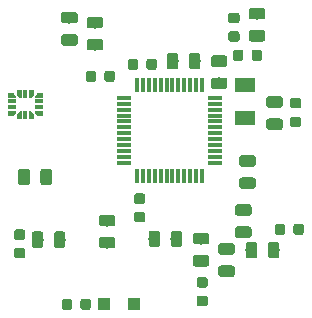
<source format=gbr>
G04 #@! TF.GenerationSoftware,KiCad,Pcbnew,(5.0.1)-rc2*
G04 #@! TF.CreationDate,2019-05-10T17:14:01-07:00*
G04 #@! TF.ProjectId,bullercounter,62756C6C6572636F756E7465722E6B69,rev?*
G04 #@! TF.SameCoordinates,Original*
G04 #@! TF.FileFunction,Paste,Bot*
G04 #@! TF.FilePolarity,Positive*
%FSLAX46Y46*%
G04 Gerber Fmt 4.6, Leading zero omitted, Abs format (unit mm)*
G04 Created by KiCad (PCBNEW (5.0.1)-rc2) date 5/10/2019 5:14:01 PM*
%MOMM*%
%LPD*%
G01*
G04 APERTURE LIST*
%ADD10C,0.100000*%
%ADD11C,0.975000*%
%ADD12R,1.000000X1.000000*%
%ADD13C,0.875000*%
%ADD14R,1.250000X0.350000*%
%ADD15R,0.350000X1.250000*%
%ADD16C,0.400000*%
%ADD17R,0.675000X0.400000*%
%ADD18R,0.400000X0.675000*%
%ADD19R,1.800000X1.300000*%
G04 APERTURE END LIST*
D10*
G04 #@! TO.C,C16*
G36*
X196198642Y-107251174D02*
X196222303Y-107254684D01*
X196245507Y-107260496D01*
X196268029Y-107268554D01*
X196289653Y-107278782D01*
X196310170Y-107291079D01*
X196329383Y-107305329D01*
X196347107Y-107321393D01*
X196363171Y-107339117D01*
X196377421Y-107358330D01*
X196389718Y-107378847D01*
X196399946Y-107400471D01*
X196408004Y-107422993D01*
X196413816Y-107446197D01*
X196417326Y-107469858D01*
X196418500Y-107493750D01*
X196418500Y-108406250D01*
X196417326Y-108430142D01*
X196413816Y-108453803D01*
X196408004Y-108477007D01*
X196399946Y-108499529D01*
X196389718Y-108521153D01*
X196377421Y-108541670D01*
X196363171Y-108560883D01*
X196347107Y-108578607D01*
X196329383Y-108594671D01*
X196310170Y-108608921D01*
X196289653Y-108621218D01*
X196268029Y-108631446D01*
X196245507Y-108639504D01*
X196222303Y-108645316D01*
X196198642Y-108648826D01*
X196174750Y-108650000D01*
X195687250Y-108650000D01*
X195663358Y-108648826D01*
X195639697Y-108645316D01*
X195616493Y-108639504D01*
X195593971Y-108631446D01*
X195572347Y-108621218D01*
X195551830Y-108608921D01*
X195532617Y-108594671D01*
X195514893Y-108578607D01*
X195498829Y-108560883D01*
X195484579Y-108541670D01*
X195472282Y-108521153D01*
X195462054Y-108499529D01*
X195453996Y-108477007D01*
X195448184Y-108453803D01*
X195444674Y-108430142D01*
X195443500Y-108406250D01*
X195443500Y-107493750D01*
X195444674Y-107469858D01*
X195448184Y-107446197D01*
X195453996Y-107422993D01*
X195462054Y-107400471D01*
X195472282Y-107378847D01*
X195484579Y-107358330D01*
X195498829Y-107339117D01*
X195514893Y-107321393D01*
X195532617Y-107305329D01*
X195551830Y-107291079D01*
X195572347Y-107278782D01*
X195593971Y-107268554D01*
X195616493Y-107260496D01*
X195639697Y-107254684D01*
X195663358Y-107251174D01*
X195687250Y-107250000D01*
X196174750Y-107250000D01*
X196198642Y-107251174D01*
X196198642Y-107251174D01*
G37*
D11*
X195931000Y-107950000D03*
D10*
G36*
X194323642Y-107251174D02*
X194347303Y-107254684D01*
X194370507Y-107260496D01*
X194393029Y-107268554D01*
X194414653Y-107278782D01*
X194435170Y-107291079D01*
X194454383Y-107305329D01*
X194472107Y-107321393D01*
X194488171Y-107339117D01*
X194502421Y-107358330D01*
X194514718Y-107378847D01*
X194524946Y-107400471D01*
X194533004Y-107422993D01*
X194538816Y-107446197D01*
X194542326Y-107469858D01*
X194543500Y-107493750D01*
X194543500Y-108406250D01*
X194542326Y-108430142D01*
X194538816Y-108453803D01*
X194533004Y-108477007D01*
X194524946Y-108499529D01*
X194514718Y-108521153D01*
X194502421Y-108541670D01*
X194488171Y-108560883D01*
X194472107Y-108578607D01*
X194454383Y-108594671D01*
X194435170Y-108608921D01*
X194414653Y-108621218D01*
X194393029Y-108631446D01*
X194370507Y-108639504D01*
X194347303Y-108645316D01*
X194323642Y-108648826D01*
X194299750Y-108650000D01*
X193812250Y-108650000D01*
X193788358Y-108648826D01*
X193764697Y-108645316D01*
X193741493Y-108639504D01*
X193718971Y-108631446D01*
X193697347Y-108621218D01*
X193676830Y-108608921D01*
X193657617Y-108594671D01*
X193639893Y-108578607D01*
X193623829Y-108560883D01*
X193609579Y-108541670D01*
X193597282Y-108521153D01*
X193587054Y-108499529D01*
X193578996Y-108477007D01*
X193573184Y-108453803D01*
X193569674Y-108430142D01*
X193568500Y-108406250D01*
X193568500Y-107493750D01*
X193569674Y-107469858D01*
X193573184Y-107446197D01*
X193578996Y-107422993D01*
X193587054Y-107400471D01*
X193597282Y-107378847D01*
X193609579Y-107358330D01*
X193623829Y-107339117D01*
X193639893Y-107321393D01*
X193657617Y-107305329D01*
X193676830Y-107291079D01*
X193697347Y-107278782D01*
X193718971Y-107268554D01*
X193741493Y-107260496D01*
X193764697Y-107254684D01*
X193788358Y-107251174D01*
X193812250Y-107250000D01*
X194299750Y-107250000D01*
X194323642Y-107251174D01*
X194323642Y-107251174D01*
G37*
D11*
X194056000Y-107950000D03*
G04 #@! TD*
D10*
G04 #@! TO.C,C1*
G36*
X201680142Y-103438674D02*
X201703803Y-103442184D01*
X201727007Y-103447996D01*
X201749529Y-103456054D01*
X201771153Y-103466282D01*
X201791670Y-103478579D01*
X201810883Y-103492829D01*
X201828607Y-103508893D01*
X201844671Y-103526617D01*
X201858921Y-103545830D01*
X201871218Y-103566347D01*
X201881446Y-103587971D01*
X201889504Y-103610493D01*
X201895316Y-103633697D01*
X201898826Y-103657358D01*
X201900000Y-103681250D01*
X201900000Y-104168750D01*
X201898826Y-104192642D01*
X201895316Y-104216303D01*
X201889504Y-104239507D01*
X201881446Y-104262029D01*
X201871218Y-104283653D01*
X201858921Y-104304170D01*
X201844671Y-104323383D01*
X201828607Y-104341107D01*
X201810883Y-104357171D01*
X201791670Y-104371421D01*
X201771153Y-104383718D01*
X201749529Y-104393946D01*
X201727007Y-104402004D01*
X201703803Y-104407816D01*
X201680142Y-104411326D01*
X201656250Y-104412500D01*
X200743750Y-104412500D01*
X200719858Y-104411326D01*
X200696197Y-104407816D01*
X200672993Y-104402004D01*
X200650471Y-104393946D01*
X200628847Y-104383718D01*
X200608330Y-104371421D01*
X200589117Y-104357171D01*
X200571393Y-104341107D01*
X200555329Y-104323383D01*
X200541079Y-104304170D01*
X200528782Y-104283653D01*
X200518554Y-104262029D01*
X200510496Y-104239507D01*
X200504684Y-104216303D01*
X200501174Y-104192642D01*
X200500000Y-104168750D01*
X200500000Y-103681250D01*
X200501174Y-103657358D01*
X200504684Y-103633697D01*
X200510496Y-103610493D01*
X200518554Y-103587971D01*
X200528782Y-103566347D01*
X200541079Y-103545830D01*
X200555329Y-103526617D01*
X200571393Y-103508893D01*
X200589117Y-103492829D01*
X200608330Y-103478579D01*
X200628847Y-103466282D01*
X200650471Y-103456054D01*
X200672993Y-103447996D01*
X200696197Y-103442184D01*
X200719858Y-103438674D01*
X200743750Y-103437500D01*
X201656250Y-103437500D01*
X201680142Y-103438674D01*
X201680142Y-103438674D01*
G37*
D11*
X201200000Y-103925000D03*
D10*
G36*
X201680142Y-105313674D02*
X201703803Y-105317184D01*
X201727007Y-105322996D01*
X201749529Y-105331054D01*
X201771153Y-105341282D01*
X201791670Y-105353579D01*
X201810883Y-105367829D01*
X201828607Y-105383893D01*
X201844671Y-105401617D01*
X201858921Y-105420830D01*
X201871218Y-105441347D01*
X201881446Y-105462971D01*
X201889504Y-105485493D01*
X201895316Y-105508697D01*
X201898826Y-105532358D01*
X201900000Y-105556250D01*
X201900000Y-106043750D01*
X201898826Y-106067642D01*
X201895316Y-106091303D01*
X201889504Y-106114507D01*
X201881446Y-106137029D01*
X201871218Y-106158653D01*
X201858921Y-106179170D01*
X201844671Y-106198383D01*
X201828607Y-106216107D01*
X201810883Y-106232171D01*
X201791670Y-106246421D01*
X201771153Y-106258718D01*
X201749529Y-106268946D01*
X201727007Y-106277004D01*
X201703803Y-106282816D01*
X201680142Y-106286326D01*
X201656250Y-106287500D01*
X200743750Y-106287500D01*
X200719858Y-106286326D01*
X200696197Y-106282816D01*
X200672993Y-106277004D01*
X200650471Y-106268946D01*
X200628847Y-106258718D01*
X200608330Y-106246421D01*
X200589117Y-106232171D01*
X200571393Y-106216107D01*
X200555329Y-106198383D01*
X200541079Y-106179170D01*
X200528782Y-106158653D01*
X200518554Y-106137029D01*
X200510496Y-106114507D01*
X200504684Y-106091303D01*
X200501174Y-106067642D01*
X200500000Y-106043750D01*
X200500000Y-105556250D01*
X200501174Y-105532358D01*
X200504684Y-105508697D01*
X200510496Y-105485493D01*
X200518554Y-105462971D01*
X200528782Y-105441347D01*
X200541079Y-105420830D01*
X200555329Y-105401617D01*
X200571393Y-105383893D01*
X200589117Y-105367829D01*
X200608330Y-105353579D01*
X200628847Y-105341282D01*
X200650471Y-105331054D01*
X200672993Y-105322996D01*
X200696197Y-105317184D01*
X200719858Y-105313674D01*
X200743750Y-105312500D01*
X201656250Y-105312500D01*
X201680142Y-105313674D01*
X201680142Y-105313674D01*
G37*
D11*
X201200000Y-105800000D03*
G04 #@! TD*
D10*
G04 #@! TO.C,C2*
G36*
X185798542Y-105655674D02*
X185822203Y-105659184D01*
X185845407Y-105664996D01*
X185867929Y-105673054D01*
X185889553Y-105683282D01*
X185910070Y-105695579D01*
X185929283Y-105709829D01*
X185947007Y-105725893D01*
X185963071Y-105743617D01*
X185977321Y-105762830D01*
X185989618Y-105783347D01*
X185999846Y-105804971D01*
X186007904Y-105827493D01*
X186013716Y-105850697D01*
X186017226Y-105874358D01*
X186018400Y-105898250D01*
X186018400Y-106385750D01*
X186017226Y-106409642D01*
X186013716Y-106433303D01*
X186007904Y-106456507D01*
X185999846Y-106479029D01*
X185989618Y-106500653D01*
X185977321Y-106521170D01*
X185963071Y-106540383D01*
X185947007Y-106558107D01*
X185929283Y-106574171D01*
X185910070Y-106588421D01*
X185889553Y-106600718D01*
X185867929Y-106610946D01*
X185845407Y-106619004D01*
X185822203Y-106624816D01*
X185798542Y-106628326D01*
X185774650Y-106629500D01*
X184862150Y-106629500D01*
X184838258Y-106628326D01*
X184814597Y-106624816D01*
X184791393Y-106619004D01*
X184768871Y-106610946D01*
X184747247Y-106600718D01*
X184726730Y-106588421D01*
X184707517Y-106574171D01*
X184689793Y-106558107D01*
X184673729Y-106540383D01*
X184659479Y-106521170D01*
X184647182Y-106500653D01*
X184636954Y-106479029D01*
X184628896Y-106456507D01*
X184623084Y-106433303D01*
X184619574Y-106409642D01*
X184618400Y-106385750D01*
X184618400Y-105898250D01*
X184619574Y-105874358D01*
X184623084Y-105850697D01*
X184628896Y-105827493D01*
X184636954Y-105804971D01*
X184647182Y-105783347D01*
X184659479Y-105762830D01*
X184673729Y-105743617D01*
X184689793Y-105725893D01*
X184707517Y-105709829D01*
X184726730Y-105695579D01*
X184747247Y-105683282D01*
X184768871Y-105673054D01*
X184791393Y-105664996D01*
X184814597Y-105659184D01*
X184838258Y-105655674D01*
X184862150Y-105654500D01*
X185774650Y-105654500D01*
X185798542Y-105655674D01*
X185798542Y-105655674D01*
G37*
D11*
X185318400Y-106142000D03*
D10*
G36*
X185798542Y-103780674D02*
X185822203Y-103784184D01*
X185845407Y-103789996D01*
X185867929Y-103798054D01*
X185889553Y-103808282D01*
X185910070Y-103820579D01*
X185929283Y-103834829D01*
X185947007Y-103850893D01*
X185963071Y-103868617D01*
X185977321Y-103887830D01*
X185989618Y-103908347D01*
X185999846Y-103929971D01*
X186007904Y-103952493D01*
X186013716Y-103975697D01*
X186017226Y-103999358D01*
X186018400Y-104023250D01*
X186018400Y-104510750D01*
X186017226Y-104534642D01*
X186013716Y-104558303D01*
X186007904Y-104581507D01*
X185999846Y-104604029D01*
X185989618Y-104625653D01*
X185977321Y-104646170D01*
X185963071Y-104665383D01*
X185947007Y-104683107D01*
X185929283Y-104699171D01*
X185910070Y-104713421D01*
X185889553Y-104725718D01*
X185867929Y-104735946D01*
X185845407Y-104744004D01*
X185822203Y-104749816D01*
X185798542Y-104753326D01*
X185774650Y-104754500D01*
X184862150Y-104754500D01*
X184838258Y-104753326D01*
X184814597Y-104749816D01*
X184791393Y-104744004D01*
X184768871Y-104735946D01*
X184747247Y-104725718D01*
X184726730Y-104713421D01*
X184707517Y-104699171D01*
X184689793Y-104683107D01*
X184673729Y-104665383D01*
X184659479Y-104646170D01*
X184647182Y-104625653D01*
X184636954Y-104604029D01*
X184628896Y-104581507D01*
X184623084Y-104558303D01*
X184619574Y-104534642D01*
X184618400Y-104510750D01*
X184618400Y-104023250D01*
X184619574Y-103999358D01*
X184623084Y-103975697D01*
X184628896Y-103952493D01*
X184636954Y-103929971D01*
X184647182Y-103908347D01*
X184659479Y-103887830D01*
X184673729Y-103868617D01*
X184689793Y-103850893D01*
X184707517Y-103834829D01*
X184726730Y-103820579D01*
X184747247Y-103808282D01*
X184768871Y-103798054D01*
X184791393Y-103789996D01*
X184814597Y-103784184D01*
X184838258Y-103780674D01*
X184862150Y-103779500D01*
X185774650Y-103779500D01*
X185798542Y-103780674D01*
X185798542Y-103780674D01*
G37*
D11*
X185318400Y-104267000D03*
G04 #@! TD*
D10*
G04 #@! TO.C,C15*
G36*
X200530142Y-120063674D02*
X200553803Y-120067184D01*
X200577007Y-120072996D01*
X200599529Y-120081054D01*
X200621153Y-120091282D01*
X200641670Y-120103579D01*
X200660883Y-120117829D01*
X200678607Y-120133893D01*
X200694671Y-120151617D01*
X200708921Y-120170830D01*
X200721218Y-120191347D01*
X200731446Y-120212971D01*
X200739504Y-120235493D01*
X200745316Y-120258697D01*
X200748826Y-120282358D01*
X200750000Y-120306250D01*
X200750000Y-120793750D01*
X200748826Y-120817642D01*
X200745316Y-120841303D01*
X200739504Y-120864507D01*
X200731446Y-120887029D01*
X200721218Y-120908653D01*
X200708921Y-120929170D01*
X200694671Y-120948383D01*
X200678607Y-120966107D01*
X200660883Y-120982171D01*
X200641670Y-120996421D01*
X200621153Y-121008718D01*
X200599529Y-121018946D01*
X200577007Y-121027004D01*
X200553803Y-121032816D01*
X200530142Y-121036326D01*
X200506250Y-121037500D01*
X199593750Y-121037500D01*
X199569858Y-121036326D01*
X199546197Y-121032816D01*
X199522993Y-121027004D01*
X199500471Y-121018946D01*
X199478847Y-121008718D01*
X199458330Y-120996421D01*
X199439117Y-120982171D01*
X199421393Y-120966107D01*
X199405329Y-120948383D01*
X199391079Y-120929170D01*
X199378782Y-120908653D01*
X199368554Y-120887029D01*
X199360496Y-120864507D01*
X199354684Y-120841303D01*
X199351174Y-120817642D01*
X199350000Y-120793750D01*
X199350000Y-120306250D01*
X199351174Y-120282358D01*
X199354684Y-120258697D01*
X199360496Y-120235493D01*
X199368554Y-120212971D01*
X199378782Y-120191347D01*
X199391079Y-120170830D01*
X199405329Y-120151617D01*
X199421393Y-120133893D01*
X199439117Y-120117829D01*
X199458330Y-120103579D01*
X199478847Y-120091282D01*
X199500471Y-120081054D01*
X199522993Y-120072996D01*
X199546197Y-120067184D01*
X199569858Y-120063674D01*
X199593750Y-120062500D01*
X200506250Y-120062500D01*
X200530142Y-120063674D01*
X200530142Y-120063674D01*
G37*
D11*
X200050000Y-120550000D03*
D10*
G36*
X200530142Y-121938674D02*
X200553803Y-121942184D01*
X200577007Y-121947996D01*
X200599529Y-121956054D01*
X200621153Y-121966282D01*
X200641670Y-121978579D01*
X200660883Y-121992829D01*
X200678607Y-122008893D01*
X200694671Y-122026617D01*
X200708921Y-122045830D01*
X200721218Y-122066347D01*
X200731446Y-122087971D01*
X200739504Y-122110493D01*
X200745316Y-122133697D01*
X200748826Y-122157358D01*
X200750000Y-122181250D01*
X200750000Y-122668750D01*
X200748826Y-122692642D01*
X200745316Y-122716303D01*
X200739504Y-122739507D01*
X200731446Y-122762029D01*
X200721218Y-122783653D01*
X200708921Y-122804170D01*
X200694671Y-122823383D01*
X200678607Y-122841107D01*
X200660883Y-122857171D01*
X200641670Y-122871421D01*
X200621153Y-122883718D01*
X200599529Y-122893946D01*
X200577007Y-122902004D01*
X200553803Y-122907816D01*
X200530142Y-122911326D01*
X200506250Y-122912500D01*
X199593750Y-122912500D01*
X199569858Y-122911326D01*
X199546197Y-122907816D01*
X199522993Y-122902004D01*
X199500471Y-122893946D01*
X199478847Y-122883718D01*
X199458330Y-122871421D01*
X199439117Y-122857171D01*
X199421393Y-122841107D01*
X199405329Y-122823383D01*
X199391079Y-122804170D01*
X199378782Y-122783653D01*
X199368554Y-122762029D01*
X199360496Y-122739507D01*
X199354684Y-122716303D01*
X199351174Y-122692642D01*
X199350000Y-122668750D01*
X199350000Y-122181250D01*
X199351174Y-122157358D01*
X199354684Y-122133697D01*
X199360496Y-122110493D01*
X199368554Y-122087971D01*
X199378782Y-122066347D01*
X199391079Y-122045830D01*
X199405329Y-122026617D01*
X199421393Y-122008893D01*
X199439117Y-121992829D01*
X199458330Y-121978579D01*
X199478847Y-121966282D01*
X199500471Y-121956054D01*
X199522993Y-121947996D01*
X199546197Y-121942184D01*
X199569858Y-121938674D01*
X199593750Y-121937500D01*
X200506250Y-121937500D01*
X200530142Y-121938674D01*
X200530142Y-121938674D01*
G37*
D11*
X200050000Y-122425000D03*
G04 #@! TD*
D10*
G04 #@! TO.C,C19*
G36*
X188998942Y-120953374D02*
X189022603Y-120956884D01*
X189045807Y-120962696D01*
X189068329Y-120970754D01*
X189089953Y-120980982D01*
X189110470Y-120993279D01*
X189129683Y-121007529D01*
X189147407Y-121023593D01*
X189163471Y-121041317D01*
X189177721Y-121060530D01*
X189190018Y-121081047D01*
X189200246Y-121102671D01*
X189208304Y-121125193D01*
X189214116Y-121148397D01*
X189217626Y-121172058D01*
X189218800Y-121195950D01*
X189218800Y-121683450D01*
X189217626Y-121707342D01*
X189214116Y-121731003D01*
X189208304Y-121754207D01*
X189200246Y-121776729D01*
X189190018Y-121798353D01*
X189177721Y-121818870D01*
X189163471Y-121838083D01*
X189147407Y-121855807D01*
X189129683Y-121871871D01*
X189110470Y-121886121D01*
X189089953Y-121898418D01*
X189068329Y-121908646D01*
X189045807Y-121916704D01*
X189022603Y-121922516D01*
X188998942Y-121926026D01*
X188975050Y-121927200D01*
X188062550Y-121927200D01*
X188038658Y-121926026D01*
X188014997Y-121922516D01*
X187991793Y-121916704D01*
X187969271Y-121908646D01*
X187947647Y-121898418D01*
X187927130Y-121886121D01*
X187907917Y-121871871D01*
X187890193Y-121855807D01*
X187874129Y-121838083D01*
X187859879Y-121818870D01*
X187847582Y-121798353D01*
X187837354Y-121776729D01*
X187829296Y-121754207D01*
X187823484Y-121731003D01*
X187819974Y-121707342D01*
X187818800Y-121683450D01*
X187818800Y-121195950D01*
X187819974Y-121172058D01*
X187823484Y-121148397D01*
X187829296Y-121125193D01*
X187837354Y-121102671D01*
X187847582Y-121081047D01*
X187859879Y-121060530D01*
X187874129Y-121041317D01*
X187890193Y-121023593D01*
X187907917Y-121007529D01*
X187927130Y-120993279D01*
X187947647Y-120980982D01*
X187969271Y-120970754D01*
X187991793Y-120962696D01*
X188014997Y-120956884D01*
X188038658Y-120953374D01*
X188062550Y-120952200D01*
X188975050Y-120952200D01*
X188998942Y-120953374D01*
X188998942Y-120953374D01*
G37*
D11*
X188518800Y-121439700D03*
D10*
G36*
X188998942Y-122828374D02*
X189022603Y-122831884D01*
X189045807Y-122837696D01*
X189068329Y-122845754D01*
X189089953Y-122855982D01*
X189110470Y-122868279D01*
X189129683Y-122882529D01*
X189147407Y-122898593D01*
X189163471Y-122916317D01*
X189177721Y-122935530D01*
X189190018Y-122956047D01*
X189200246Y-122977671D01*
X189208304Y-123000193D01*
X189214116Y-123023397D01*
X189217626Y-123047058D01*
X189218800Y-123070950D01*
X189218800Y-123558450D01*
X189217626Y-123582342D01*
X189214116Y-123606003D01*
X189208304Y-123629207D01*
X189200246Y-123651729D01*
X189190018Y-123673353D01*
X189177721Y-123693870D01*
X189163471Y-123713083D01*
X189147407Y-123730807D01*
X189129683Y-123746871D01*
X189110470Y-123761121D01*
X189089953Y-123773418D01*
X189068329Y-123783646D01*
X189045807Y-123791704D01*
X189022603Y-123797516D01*
X188998942Y-123801026D01*
X188975050Y-123802200D01*
X188062550Y-123802200D01*
X188038658Y-123801026D01*
X188014997Y-123797516D01*
X187991793Y-123791704D01*
X187969271Y-123783646D01*
X187947647Y-123773418D01*
X187927130Y-123761121D01*
X187907917Y-123746871D01*
X187890193Y-123730807D01*
X187874129Y-123713083D01*
X187859879Y-123693870D01*
X187847582Y-123673353D01*
X187837354Y-123651729D01*
X187829296Y-123629207D01*
X187823484Y-123606003D01*
X187819974Y-123582342D01*
X187818800Y-123558450D01*
X187818800Y-123070950D01*
X187819974Y-123047058D01*
X187823484Y-123023397D01*
X187829296Y-123000193D01*
X187837354Y-122977671D01*
X187847582Y-122956047D01*
X187859879Y-122935530D01*
X187874129Y-122916317D01*
X187890193Y-122898593D01*
X187907917Y-122882529D01*
X187927130Y-122868279D01*
X187947647Y-122855982D01*
X187969271Y-122845754D01*
X187991793Y-122837696D01*
X188014997Y-122831884D01*
X188038658Y-122828374D01*
X188062550Y-122827200D01*
X188975050Y-122827200D01*
X188998942Y-122828374D01*
X188998942Y-122828374D01*
G37*
D11*
X188518800Y-123314700D03*
G04 #@! TD*
D10*
G04 #@! TO.C,C21*
G36*
X182892642Y-122351174D02*
X182916303Y-122354684D01*
X182939507Y-122360496D01*
X182962029Y-122368554D01*
X182983653Y-122378782D01*
X183004170Y-122391079D01*
X183023383Y-122405329D01*
X183041107Y-122421393D01*
X183057171Y-122439117D01*
X183071421Y-122458330D01*
X183083718Y-122478847D01*
X183093946Y-122500471D01*
X183102004Y-122522993D01*
X183107816Y-122546197D01*
X183111326Y-122569858D01*
X183112500Y-122593750D01*
X183112500Y-123506250D01*
X183111326Y-123530142D01*
X183107816Y-123553803D01*
X183102004Y-123577007D01*
X183093946Y-123599529D01*
X183083718Y-123621153D01*
X183071421Y-123641670D01*
X183057171Y-123660883D01*
X183041107Y-123678607D01*
X183023383Y-123694671D01*
X183004170Y-123708921D01*
X182983653Y-123721218D01*
X182962029Y-123731446D01*
X182939507Y-123739504D01*
X182916303Y-123745316D01*
X182892642Y-123748826D01*
X182868750Y-123750000D01*
X182381250Y-123750000D01*
X182357358Y-123748826D01*
X182333697Y-123745316D01*
X182310493Y-123739504D01*
X182287971Y-123731446D01*
X182266347Y-123721218D01*
X182245830Y-123708921D01*
X182226617Y-123694671D01*
X182208893Y-123678607D01*
X182192829Y-123660883D01*
X182178579Y-123641670D01*
X182166282Y-123621153D01*
X182156054Y-123599529D01*
X182147996Y-123577007D01*
X182142184Y-123553803D01*
X182138674Y-123530142D01*
X182137500Y-123506250D01*
X182137500Y-122593750D01*
X182138674Y-122569858D01*
X182142184Y-122546197D01*
X182147996Y-122522993D01*
X182156054Y-122500471D01*
X182166282Y-122478847D01*
X182178579Y-122458330D01*
X182192829Y-122439117D01*
X182208893Y-122421393D01*
X182226617Y-122405329D01*
X182245830Y-122391079D01*
X182266347Y-122378782D01*
X182287971Y-122368554D01*
X182310493Y-122360496D01*
X182333697Y-122354684D01*
X182357358Y-122351174D01*
X182381250Y-122350000D01*
X182868750Y-122350000D01*
X182892642Y-122351174D01*
X182892642Y-122351174D01*
G37*
D11*
X182625000Y-123050000D03*
D10*
G36*
X184767642Y-122351174D02*
X184791303Y-122354684D01*
X184814507Y-122360496D01*
X184837029Y-122368554D01*
X184858653Y-122378782D01*
X184879170Y-122391079D01*
X184898383Y-122405329D01*
X184916107Y-122421393D01*
X184932171Y-122439117D01*
X184946421Y-122458330D01*
X184958718Y-122478847D01*
X184968946Y-122500471D01*
X184977004Y-122522993D01*
X184982816Y-122546197D01*
X184986326Y-122569858D01*
X184987500Y-122593750D01*
X184987500Y-123506250D01*
X184986326Y-123530142D01*
X184982816Y-123553803D01*
X184977004Y-123577007D01*
X184968946Y-123599529D01*
X184958718Y-123621153D01*
X184946421Y-123641670D01*
X184932171Y-123660883D01*
X184916107Y-123678607D01*
X184898383Y-123694671D01*
X184879170Y-123708921D01*
X184858653Y-123721218D01*
X184837029Y-123731446D01*
X184814507Y-123739504D01*
X184791303Y-123745316D01*
X184767642Y-123748826D01*
X184743750Y-123750000D01*
X184256250Y-123750000D01*
X184232358Y-123748826D01*
X184208697Y-123745316D01*
X184185493Y-123739504D01*
X184162971Y-123731446D01*
X184141347Y-123721218D01*
X184120830Y-123708921D01*
X184101617Y-123694671D01*
X184083893Y-123678607D01*
X184067829Y-123660883D01*
X184053579Y-123641670D01*
X184041282Y-123621153D01*
X184031054Y-123599529D01*
X184022996Y-123577007D01*
X184017184Y-123553803D01*
X184013674Y-123530142D01*
X184012500Y-123506250D01*
X184012500Y-122593750D01*
X184013674Y-122569858D01*
X184017184Y-122546197D01*
X184022996Y-122522993D01*
X184031054Y-122500471D01*
X184041282Y-122478847D01*
X184053579Y-122458330D01*
X184067829Y-122439117D01*
X184083893Y-122421393D01*
X184101617Y-122405329D01*
X184120830Y-122391079D01*
X184141347Y-122378782D01*
X184162971Y-122368554D01*
X184185493Y-122360496D01*
X184208697Y-122354684D01*
X184232358Y-122351174D01*
X184256250Y-122350000D01*
X184743750Y-122350000D01*
X184767642Y-122351174D01*
X184767642Y-122351174D01*
G37*
D11*
X184500000Y-123050000D03*
G04 #@! TD*
D12*
G04 #@! TO.C,D3*
X188289560Y-128516380D03*
X190789560Y-128516380D03*
G04 #@! TD*
D10*
G04 #@! TO.C,R1*
G36*
X190943191Y-107730053D02*
X190964426Y-107733203D01*
X190985250Y-107738419D01*
X191005462Y-107745651D01*
X191024868Y-107754830D01*
X191043281Y-107765866D01*
X191060524Y-107778654D01*
X191076430Y-107793070D01*
X191090846Y-107808976D01*
X191103634Y-107826219D01*
X191114670Y-107844632D01*
X191123849Y-107864038D01*
X191131081Y-107884250D01*
X191136297Y-107905074D01*
X191139447Y-107926309D01*
X191140500Y-107947750D01*
X191140500Y-108460250D01*
X191139447Y-108481691D01*
X191136297Y-108502926D01*
X191131081Y-108523750D01*
X191123849Y-108543962D01*
X191114670Y-108563368D01*
X191103634Y-108581781D01*
X191090846Y-108599024D01*
X191076430Y-108614930D01*
X191060524Y-108629346D01*
X191043281Y-108642134D01*
X191024868Y-108653170D01*
X191005462Y-108662349D01*
X190985250Y-108669581D01*
X190964426Y-108674797D01*
X190943191Y-108677947D01*
X190921750Y-108679000D01*
X190484250Y-108679000D01*
X190462809Y-108677947D01*
X190441574Y-108674797D01*
X190420750Y-108669581D01*
X190400538Y-108662349D01*
X190381132Y-108653170D01*
X190362719Y-108642134D01*
X190345476Y-108629346D01*
X190329570Y-108614930D01*
X190315154Y-108599024D01*
X190302366Y-108581781D01*
X190291330Y-108563368D01*
X190282151Y-108543962D01*
X190274919Y-108523750D01*
X190269703Y-108502926D01*
X190266553Y-108481691D01*
X190265500Y-108460250D01*
X190265500Y-107947750D01*
X190266553Y-107926309D01*
X190269703Y-107905074D01*
X190274919Y-107884250D01*
X190282151Y-107864038D01*
X190291330Y-107844632D01*
X190302366Y-107826219D01*
X190315154Y-107808976D01*
X190329570Y-107793070D01*
X190345476Y-107778654D01*
X190362719Y-107765866D01*
X190381132Y-107754830D01*
X190400538Y-107745651D01*
X190420750Y-107738419D01*
X190441574Y-107733203D01*
X190462809Y-107730053D01*
X190484250Y-107729000D01*
X190921750Y-107729000D01*
X190943191Y-107730053D01*
X190943191Y-107730053D01*
G37*
D13*
X190703000Y-108204000D03*
D10*
G36*
X192518191Y-107730053D02*
X192539426Y-107733203D01*
X192560250Y-107738419D01*
X192580462Y-107745651D01*
X192599868Y-107754830D01*
X192618281Y-107765866D01*
X192635524Y-107778654D01*
X192651430Y-107793070D01*
X192665846Y-107808976D01*
X192678634Y-107826219D01*
X192689670Y-107844632D01*
X192698849Y-107864038D01*
X192706081Y-107884250D01*
X192711297Y-107905074D01*
X192714447Y-107926309D01*
X192715500Y-107947750D01*
X192715500Y-108460250D01*
X192714447Y-108481691D01*
X192711297Y-108502926D01*
X192706081Y-108523750D01*
X192698849Y-108543962D01*
X192689670Y-108563368D01*
X192678634Y-108581781D01*
X192665846Y-108599024D01*
X192651430Y-108614930D01*
X192635524Y-108629346D01*
X192618281Y-108642134D01*
X192599868Y-108653170D01*
X192580462Y-108662349D01*
X192560250Y-108669581D01*
X192539426Y-108674797D01*
X192518191Y-108677947D01*
X192496750Y-108679000D01*
X192059250Y-108679000D01*
X192037809Y-108677947D01*
X192016574Y-108674797D01*
X191995750Y-108669581D01*
X191975538Y-108662349D01*
X191956132Y-108653170D01*
X191937719Y-108642134D01*
X191920476Y-108629346D01*
X191904570Y-108614930D01*
X191890154Y-108599024D01*
X191877366Y-108581781D01*
X191866330Y-108563368D01*
X191857151Y-108543962D01*
X191849919Y-108523750D01*
X191844703Y-108502926D01*
X191841553Y-108481691D01*
X191840500Y-108460250D01*
X191840500Y-107947750D01*
X191841553Y-107926309D01*
X191844703Y-107905074D01*
X191849919Y-107884250D01*
X191857151Y-107864038D01*
X191866330Y-107844632D01*
X191877366Y-107826219D01*
X191890154Y-107808976D01*
X191904570Y-107793070D01*
X191920476Y-107778654D01*
X191937719Y-107765866D01*
X191956132Y-107754830D01*
X191975538Y-107745651D01*
X191995750Y-107738419D01*
X192016574Y-107733203D01*
X192037809Y-107730053D01*
X192059250Y-107729000D01*
X192496750Y-107729000D01*
X192518191Y-107730053D01*
X192518191Y-107730053D01*
G37*
D13*
X192278000Y-108204000D03*
G04 #@! TD*
D10*
G04 #@! TO.C,R6*
G36*
X191539691Y-120721553D02*
X191560926Y-120724703D01*
X191581750Y-120729919D01*
X191601962Y-120737151D01*
X191621368Y-120746330D01*
X191639781Y-120757366D01*
X191657024Y-120770154D01*
X191672930Y-120784570D01*
X191687346Y-120800476D01*
X191700134Y-120817719D01*
X191711170Y-120836132D01*
X191720349Y-120855538D01*
X191727581Y-120875750D01*
X191732797Y-120896574D01*
X191735947Y-120917809D01*
X191737000Y-120939250D01*
X191737000Y-121376750D01*
X191735947Y-121398191D01*
X191732797Y-121419426D01*
X191727581Y-121440250D01*
X191720349Y-121460462D01*
X191711170Y-121479868D01*
X191700134Y-121498281D01*
X191687346Y-121515524D01*
X191672930Y-121531430D01*
X191657024Y-121545846D01*
X191639781Y-121558634D01*
X191621368Y-121569670D01*
X191601962Y-121578849D01*
X191581750Y-121586081D01*
X191560926Y-121591297D01*
X191539691Y-121594447D01*
X191518250Y-121595500D01*
X191005750Y-121595500D01*
X190984309Y-121594447D01*
X190963074Y-121591297D01*
X190942250Y-121586081D01*
X190922038Y-121578849D01*
X190902632Y-121569670D01*
X190884219Y-121558634D01*
X190866976Y-121545846D01*
X190851070Y-121531430D01*
X190836654Y-121515524D01*
X190823866Y-121498281D01*
X190812830Y-121479868D01*
X190803651Y-121460462D01*
X190796419Y-121440250D01*
X190791203Y-121419426D01*
X190788053Y-121398191D01*
X190787000Y-121376750D01*
X190787000Y-120939250D01*
X190788053Y-120917809D01*
X190791203Y-120896574D01*
X190796419Y-120875750D01*
X190803651Y-120855538D01*
X190812830Y-120836132D01*
X190823866Y-120817719D01*
X190836654Y-120800476D01*
X190851070Y-120784570D01*
X190866976Y-120770154D01*
X190884219Y-120757366D01*
X190902632Y-120746330D01*
X190922038Y-120737151D01*
X190942250Y-120729919D01*
X190963074Y-120724703D01*
X190984309Y-120721553D01*
X191005750Y-120720500D01*
X191518250Y-120720500D01*
X191539691Y-120721553D01*
X191539691Y-120721553D01*
G37*
D13*
X191262000Y-121158000D03*
D10*
G36*
X191539691Y-119146553D02*
X191560926Y-119149703D01*
X191581750Y-119154919D01*
X191601962Y-119162151D01*
X191621368Y-119171330D01*
X191639781Y-119182366D01*
X191657024Y-119195154D01*
X191672930Y-119209570D01*
X191687346Y-119225476D01*
X191700134Y-119242719D01*
X191711170Y-119261132D01*
X191720349Y-119280538D01*
X191727581Y-119300750D01*
X191732797Y-119321574D01*
X191735947Y-119342809D01*
X191737000Y-119364250D01*
X191737000Y-119801750D01*
X191735947Y-119823191D01*
X191732797Y-119844426D01*
X191727581Y-119865250D01*
X191720349Y-119885462D01*
X191711170Y-119904868D01*
X191700134Y-119923281D01*
X191687346Y-119940524D01*
X191672930Y-119956430D01*
X191657024Y-119970846D01*
X191639781Y-119983634D01*
X191621368Y-119994670D01*
X191601962Y-120003849D01*
X191581750Y-120011081D01*
X191560926Y-120016297D01*
X191539691Y-120019447D01*
X191518250Y-120020500D01*
X191005750Y-120020500D01*
X190984309Y-120019447D01*
X190963074Y-120016297D01*
X190942250Y-120011081D01*
X190922038Y-120003849D01*
X190902632Y-119994670D01*
X190884219Y-119983634D01*
X190866976Y-119970846D01*
X190851070Y-119956430D01*
X190836654Y-119940524D01*
X190823866Y-119923281D01*
X190812830Y-119904868D01*
X190803651Y-119885462D01*
X190796419Y-119865250D01*
X190791203Y-119844426D01*
X190788053Y-119823191D01*
X190787000Y-119801750D01*
X190787000Y-119364250D01*
X190788053Y-119342809D01*
X190791203Y-119321574D01*
X190796419Y-119300750D01*
X190803651Y-119280538D01*
X190812830Y-119261132D01*
X190823866Y-119242719D01*
X190836654Y-119225476D01*
X190851070Y-119209570D01*
X190866976Y-119195154D01*
X190884219Y-119182366D01*
X190902632Y-119171330D01*
X190922038Y-119162151D01*
X190942250Y-119154919D01*
X190963074Y-119149703D01*
X190984309Y-119146553D01*
X191005750Y-119145500D01*
X191518250Y-119145500D01*
X191539691Y-119146553D01*
X191539691Y-119146553D01*
G37*
D13*
X191262000Y-119583000D03*
G04 #@! TD*
D10*
G04 #@! TO.C,R8*
G36*
X199527991Y-105415513D02*
X199549226Y-105418663D01*
X199570050Y-105423879D01*
X199590262Y-105431111D01*
X199609668Y-105440290D01*
X199628081Y-105451326D01*
X199645324Y-105464114D01*
X199661230Y-105478530D01*
X199675646Y-105494436D01*
X199688434Y-105511679D01*
X199699470Y-105530092D01*
X199708649Y-105549498D01*
X199715881Y-105569710D01*
X199721097Y-105590534D01*
X199724247Y-105611769D01*
X199725300Y-105633210D01*
X199725300Y-106070710D01*
X199724247Y-106092151D01*
X199721097Y-106113386D01*
X199715881Y-106134210D01*
X199708649Y-106154422D01*
X199699470Y-106173828D01*
X199688434Y-106192241D01*
X199675646Y-106209484D01*
X199661230Y-106225390D01*
X199645324Y-106239806D01*
X199628081Y-106252594D01*
X199609668Y-106263630D01*
X199590262Y-106272809D01*
X199570050Y-106280041D01*
X199549226Y-106285257D01*
X199527991Y-106288407D01*
X199506550Y-106289460D01*
X198994050Y-106289460D01*
X198972609Y-106288407D01*
X198951374Y-106285257D01*
X198930550Y-106280041D01*
X198910338Y-106272809D01*
X198890932Y-106263630D01*
X198872519Y-106252594D01*
X198855276Y-106239806D01*
X198839370Y-106225390D01*
X198824954Y-106209484D01*
X198812166Y-106192241D01*
X198801130Y-106173828D01*
X198791951Y-106154422D01*
X198784719Y-106134210D01*
X198779503Y-106113386D01*
X198776353Y-106092151D01*
X198775300Y-106070710D01*
X198775300Y-105633210D01*
X198776353Y-105611769D01*
X198779503Y-105590534D01*
X198784719Y-105569710D01*
X198791951Y-105549498D01*
X198801130Y-105530092D01*
X198812166Y-105511679D01*
X198824954Y-105494436D01*
X198839370Y-105478530D01*
X198855276Y-105464114D01*
X198872519Y-105451326D01*
X198890932Y-105440290D01*
X198910338Y-105431111D01*
X198930550Y-105423879D01*
X198951374Y-105418663D01*
X198972609Y-105415513D01*
X198994050Y-105414460D01*
X199506550Y-105414460D01*
X199527991Y-105415513D01*
X199527991Y-105415513D01*
G37*
D13*
X199250300Y-105851960D03*
D10*
G36*
X199527991Y-103840513D02*
X199549226Y-103843663D01*
X199570050Y-103848879D01*
X199590262Y-103856111D01*
X199609668Y-103865290D01*
X199628081Y-103876326D01*
X199645324Y-103889114D01*
X199661230Y-103903530D01*
X199675646Y-103919436D01*
X199688434Y-103936679D01*
X199699470Y-103955092D01*
X199708649Y-103974498D01*
X199715881Y-103994710D01*
X199721097Y-104015534D01*
X199724247Y-104036769D01*
X199725300Y-104058210D01*
X199725300Y-104495710D01*
X199724247Y-104517151D01*
X199721097Y-104538386D01*
X199715881Y-104559210D01*
X199708649Y-104579422D01*
X199699470Y-104598828D01*
X199688434Y-104617241D01*
X199675646Y-104634484D01*
X199661230Y-104650390D01*
X199645324Y-104664806D01*
X199628081Y-104677594D01*
X199609668Y-104688630D01*
X199590262Y-104697809D01*
X199570050Y-104705041D01*
X199549226Y-104710257D01*
X199527991Y-104713407D01*
X199506550Y-104714460D01*
X198994050Y-104714460D01*
X198972609Y-104713407D01*
X198951374Y-104710257D01*
X198930550Y-104705041D01*
X198910338Y-104697809D01*
X198890932Y-104688630D01*
X198872519Y-104677594D01*
X198855276Y-104664806D01*
X198839370Y-104650390D01*
X198824954Y-104634484D01*
X198812166Y-104617241D01*
X198801130Y-104598828D01*
X198791951Y-104579422D01*
X198784719Y-104559210D01*
X198779503Y-104538386D01*
X198776353Y-104517151D01*
X198775300Y-104495710D01*
X198775300Y-104058210D01*
X198776353Y-104036769D01*
X198779503Y-104015534D01*
X198784719Y-103994710D01*
X198791951Y-103974498D01*
X198801130Y-103955092D01*
X198812166Y-103936679D01*
X198824954Y-103919436D01*
X198839370Y-103903530D01*
X198855276Y-103889114D01*
X198872519Y-103876326D01*
X198890932Y-103865290D01*
X198910338Y-103856111D01*
X198930550Y-103848879D01*
X198951374Y-103843663D01*
X198972609Y-103840513D01*
X198994050Y-103839460D01*
X199506550Y-103839460D01*
X199527991Y-103840513D01*
X199527991Y-103840513D01*
G37*
D13*
X199250300Y-104276960D03*
G04 #@! TD*
D10*
G04 #@! TO.C,R9*
G36*
X199858691Y-106968053D02*
X199879926Y-106971203D01*
X199900750Y-106976419D01*
X199920962Y-106983651D01*
X199940368Y-106992830D01*
X199958781Y-107003866D01*
X199976024Y-107016654D01*
X199991930Y-107031070D01*
X200006346Y-107046976D01*
X200019134Y-107064219D01*
X200030170Y-107082632D01*
X200039349Y-107102038D01*
X200046581Y-107122250D01*
X200051797Y-107143074D01*
X200054947Y-107164309D01*
X200056000Y-107185750D01*
X200056000Y-107698250D01*
X200054947Y-107719691D01*
X200051797Y-107740926D01*
X200046581Y-107761750D01*
X200039349Y-107781962D01*
X200030170Y-107801368D01*
X200019134Y-107819781D01*
X200006346Y-107837024D01*
X199991930Y-107852930D01*
X199976024Y-107867346D01*
X199958781Y-107880134D01*
X199940368Y-107891170D01*
X199920962Y-107900349D01*
X199900750Y-107907581D01*
X199879926Y-107912797D01*
X199858691Y-107915947D01*
X199837250Y-107917000D01*
X199399750Y-107917000D01*
X199378309Y-107915947D01*
X199357074Y-107912797D01*
X199336250Y-107907581D01*
X199316038Y-107900349D01*
X199296632Y-107891170D01*
X199278219Y-107880134D01*
X199260976Y-107867346D01*
X199245070Y-107852930D01*
X199230654Y-107837024D01*
X199217866Y-107819781D01*
X199206830Y-107801368D01*
X199197651Y-107781962D01*
X199190419Y-107761750D01*
X199185203Y-107740926D01*
X199182053Y-107719691D01*
X199181000Y-107698250D01*
X199181000Y-107185750D01*
X199182053Y-107164309D01*
X199185203Y-107143074D01*
X199190419Y-107122250D01*
X199197651Y-107102038D01*
X199206830Y-107082632D01*
X199217866Y-107064219D01*
X199230654Y-107046976D01*
X199245070Y-107031070D01*
X199260976Y-107016654D01*
X199278219Y-107003866D01*
X199296632Y-106992830D01*
X199316038Y-106983651D01*
X199336250Y-106976419D01*
X199357074Y-106971203D01*
X199378309Y-106968053D01*
X199399750Y-106967000D01*
X199837250Y-106967000D01*
X199858691Y-106968053D01*
X199858691Y-106968053D01*
G37*
D13*
X199618500Y-107442000D03*
D10*
G36*
X201433691Y-106968053D02*
X201454926Y-106971203D01*
X201475750Y-106976419D01*
X201495962Y-106983651D01*
X201515368Y-106992830D01*
X201533781Y-107003866D01*
X201551024Y-107016654D01*
X201566930Y-107031070D01*
X201581346Y-107046976D01*
X201594134Y-107064219D01*
X201605170Y-107082632D01*
X201614349Y-107102038D01*
X201621581Y-107122250D01*
X201626797Y-107143074D01*
X201629947Y-107164309D01*
X201631000Y-107185750D01*
X201631000Y-107698250D01*
X201629947Y-107719691D01*
X201626797Y-107740926D01*
X201621581Y-107761750D01*
X201614349Y-107781962D01*
X201605170Y-107801368D01*
X201594134Y-107819781D01*
X201581346Y-107837024D01*
X201566930Y-107852930D01*
X201551024Y-107867346D01*
X201533781Y-107880134D01*
X201515368Y-107891170D01*
X201495962Y-107900349D01*
X201475750Y-107907581D01*
X201454926Y-107912797D01*
X201433691Y-107915947D01*
X201412250Y-107917000D01*
X200974750Y-107917000D01*
X200953309Y-107915947D01*
X200932074Y-107912797D01*
X200911250Y-107907581D01*
X200891038Y-107900349D01*
X200871632Y-107891170D01*
X200853219Y-107880134D01*
X200835976Y-107867346D01*
X200820070Y-107852930D01*
X200805654Y-107837024D01*
X200792866Y-107819781D01*
X200781830Y-107801368D01*
X200772651Y-107781962D01*
X200765419Y-107761750D01*
X200760203Y-107740926D01*
X200757053Y-107719691D01*
X200756000Y-107698250D01*
X200756000Y-107185750D01*
X200757053Y-107164309D01*
X200760203Y-107143074D01*
X200765419Y-107122250D01*
X200772651Y-107102038D01*
X200781830Y-107082632D01*
X200792866Y-107064219D01*
X200805654Y-107046976D01*
X200820070Y-107031070D01*
X200835976Y-107016654D01*
X200853219Y-107003866D01*
X200871632Y-106992830D01*
X200891038Y-106983651D01*
X200911250Y-106976419D01*
X200932074Y-106971203D01*
X200953309Y-106968053D01*
X200974750Y-106967000D01*
X201412250Y-106967000D01*
X201433691Y-106968053D01*
X201433691Y-106968053D01*
G37*
D13*
X201193500Y-107442000D03*
G04 #@! TD*
D14*
G04 #@! TO.C,U2*
X197675000Y-113550000D03*
X197675000Y-113050000D03*
X197675000Y-112550000D03*
X197675000Y-112050000D03*
X197675000Y-111550000D03*
X197675000Y-111050000D03*
X197675000Y-114050000D03*
X197675000Y-114550000D03*
X197675000Y-115050000D03*
X197675000Y-115550000D03*
X197675000Y-116050000D03*
X197675000Y-116550000D03*
D15*
X194050000Y-117675000D03*
X194550000Y-117675000D03*
X195050000Y-117675000D03*
X195550000Y-117675000D03*
X196050000Y-117675000D03*
X196550000Y-117675000D03*
X193550000Y-117675000D03*
X193050000Y-117675000D03*
X192550000Y-117675000D03*
X192050000Y-117675000D03*
X191550000Y-117675000D03*
X191050000Y-117675000D03*
D14*
X189925000Y-116550000D03*
X189925000Y-116050000D03*
X189925000Y-115550000D03*
X189925000Y-115050000D03*
X189925000Y-114550000D03*
X189925000Y-114050000D03*
X189925000Y-113550000D03*
X189925000Y-113050000D03*
X189925000Y-112550000D03*
X189925000Y-112050000D03*
X189925000Y-111550000D03*
X189925000Y-111050000D03*
D15*
X191050000Y-109925000D03*
X191550000Y-109925000D03*
X192050000Y-109925000D03*
X192550000Y-109925000D03*
X193050000Y-109925000D03*
X193550000Y-109925000D03*
X194050000Y-109925000D03*
X194550000Y-109925000D03*
X195050000Y-109925000D03*
X195550000Y-109925000D03*
X196050000Y-109925000D03*
X196550000Y-109925000D03*
G04 #@! TD*
D16*
G04 #@! TO.C,U3*
X180462500Y-112350000D03*
D10*
G36*
X180800000Y-112300000D02*
X180550000Y-112550000D01*
X180125000Y-112550000D01*
X180125000Y-112150000D01*
X180800000Y-112150000D01*
X180800000Y-112300000D01*
X180800000Y-112300000D01*
G37*
D17*
X180462500Y-111850000D03*
X180462500Y-111350000D03*
D16*
X180462500Y-110850000D03*
D10*
G36*
X180800000Y-110900000D02*
X180800000Y-111050000D01*
X180125000Y-111050000D01*
X180125000Y-110650000D01*
X180550000Y-110650000D01*
X180800000Y-110900000D01*
X180800000Y-110900000D01*
G37*
D16*
X181100000Y-110712500D03*
D10*
G36*
X181300000Y-111050000D02*
X181150000Y-111050000D01*
X180900000Y-110800000D01*
X180900000Y-110375000D01*
X181300000Y-110375000D01*
X181300000Y-111050000D01*
X181300000Y-111050000D01*
G37*
D18*
X181600000Y-110712500D03*
D16*
X182100000Y-110712500D03*
D10*
G36*
X182300000Y-110800000D02*
X182050000Y-111050000D01*
X181900000Y-111050000D01*
X181900000Y-110375000D01*
X182300000Y-110375000D01*
X182300000Y-110800000D01*
X182300000Y-110800000D01*
G37*
D16*
X182737500Y-110850000D03*
D10*
G36*
X183075000Y-111050000D02*
X182400000Y-111050000D01*
X182400000Y-110900000D01*
X182650000Y-110650000D01*
X183075000Y-110650000D01*
X183075000Y-111050000D01*
X183075000Y-111050000D01*
G37*
D17*
X182737500Y-111350000D03*
X182737500Y-111850000D03*
D16*
X182737500Y-112350000D03*
D10*
G36*
X183075000Y-112550000D02*
X182650000Y-112550000D01*
X182400000Y-112300000D01*
X182400000Y-112150000D01*
X183075000Y-112150000D01*
X183075000Y-112550000D01*
X183075000Y-112550000D01*
G37*
D16*
X182100000Y-112487500D03*
D10*
G36*
X182300000Y-112400000D02*
X182300000Y-112825000D01*
X181900000Y-112825000D01*
X181900000Y-112150000D01*
X182050000Y-112150000D01*
X182300000Y-112400000D01*
X182300000Y-112400000D01*
G37*
D18*
X181600000Y-112487500D03*
D16*
X181100000Y-112487500D03*
D10*
G36*
X181300000Y-112825000D02*
X180900000Y-112825000D01*
X180900000Y-112400000D01*
X181150000Y-112150000D01*
X181300000Y-112150000D01*
X181300000Y-112825000D01*
X181300000Y-112825000D01*
G37*
G04 #@! TD*
D19*
G04 #@! TO.C,Y1*
X200200000Y-109976000D03*
X200200000Y-112776000D03*
G04 #@! TD*
D10*
G04 #@! TO.C,L3*
G36*
X200880142Y-117788674D02*
X200903803Y-117792184D01*
X200927007Y-117797996D01*
X200949529Y-117806054D01*
X200971153Y-117816282D01*
X200991670Y-117828579D01*
X201010883Y-117842829D01*
X201028607Y-117858893D01*
X201044671Y-117876617D01*
X201058921Y-117895830D01*
X201071218Y-117916347D01*
X201081446Y-117937971D01*
X201089504Y-117960493D01*
X201095316Y-117983697D01*
X201098826Y-118007358D01*
X201100000Y-118031250D01*
X201100000Y-118518750D01*
X201098826Y-118542642D01*
X201095316Y-118566303D01*
X201089504Y-118589507D01*
X201081446Y-118612029D01*
X201071218Y-118633653D01*
X201058921Y-118654170D01*
X201044671Y-118673383D01*
X201028607Y-118691107D01*
X201010883Y-118707171D01*
X200991670Y-118721421D01*
X200971153Y-118733718D01*
X200949529Y-118743946D01*
X200927007Y-118752004D01*
X200903803Y-118757816D01*
X200880142Y-118761326D01*
X200856250Y-118762500D01*
X199943750Y-118762500D01*
X199919858Y-118761326D01*
X199896197Y-118757816D01*
X199872993Y-118752004D01*
X199850471Y-118743946D01*
X199828847Y-118733718D01*
X199808330Y-118721421D01*
X199789117Y-118707171D01*
X199771393Y-118691107D01*
X199755329Y-118673383D01*
X199741079Y-118654170D01*
X199728782Y-118633653D01*
X199718554Y-118612029D01*
X199710496Y-118589507D01*
X199704684Y-118566303D01*
X199701174Y-118542642D01*
X199700000Y-118518750D01*
X199700000Y-118031250D01*
X199701174Y-118007358D01*
X199704684Y-117983697D01*
X199710496Y-117960493D01*
X199718554Y-117937971D01*
X199728782Y-117916347D01*
X199741079Y-117895830D01*
X199755329Y-117876617D01*
X199771393Y-117858893D01*
X199789117Y-117842829D01*
X199808330Y-117828579D01*
X199828847Y-117816282D01*
X199850471Y-117806054D01*
X199872993Y-117797996D01*
X199896197Y-117792184D01*
X199919858Y-117788674D01*
X199943750Y-117787500D01*
X200856250Y-117787500D01*
X200880142Y-117788674D01*
X200880142Y-117788674D01*
G37*
D11*
X200400000Y-118275000D03*
D10*
G36*
X200880142Y-115913674D02*
X200903803Y-115917184D01*
X200927007Y-115922996D01*
X200949529Y-115931054D01*
X200971153Y-115941282D01*
X200991670Y-115953579D01*
X201010883Y-115967829D01*
X201028607Y-115983893D01*
X201044671Y-116001617D01*
X201058921Y-116020830D01*
X201071218Y-116041347D01*
X201081446Y-116062971D01*
X201089504Y-116085493D01*
X201095316Y-116108697D01*
X201098826Y-116132358D01*
X201100000Y-116156250D01*
X201100000Y-116643750D01*
X201098826Y-116667642D01*
X201095316Y-116691303D01*
X201089504Y-116714507D01*
X201081446Y-116737029D01*
X201071218Y-116758653D01*
X201058921Y-116779170D01*
X201044671Y-116798383D01*
X201028607Y-116816107D01*
X201010883Y-116832171D01*
X200991670Y-116846421D01*
X200971153Y-116858718D01*
X200949529Y-116868946D01*
X200927007Y-116877004D01*
X200903803Y-116882816D01*
X200880142Y-116886326D01*
X200856250Y-116887500D01*
X199943750Y-116887500D01*
X199919858Y-116886326D01*
X199896197Y-116882816D01*
X199872993Y-116877004D01*
X199850471Y-116868946D01*
X199828847Y-116858718D01*
X199808330Y-116846421D01*
X199789117Y-116832171D01*
X199771393Y-116816107D01*
X199755329Y-116798383D01*
X199741079Y-116779170D01*
X199728782Y-116758653D01*
X199718554Y-116737029D01*
X199710496Y-116714507D01*
X199704684Y-116691303D01*
X199701174Y-116667642D01*
X199700000Y-116643750D01*
X199700000Y-116156250D01*
X199701174Y-116132358D01*
X199704684Y-116108697D01*
X199710496Y-116085493D01*
X199718554Y-116062971D01*
X199728782Y-116041347D01*
X199741079Y-116020830D01*
X199755329Y-116001617D01*
X199771393Y-115983893D01*
X199789117Y-115967829D01*
X199808330Y-115953579D01*
X199828847Y-115941282D01*
X199850471Y-115931054D01*
X199872993Y-115922996D01*
X199896197Y-115917184D01*
X199919858Y-115913674D01*
X199943750Y-115912500D01*
X200856250Y-115912500D01*
X200880142Y-115913674D01*
X200880142Y-115913674D01*
G37*
D11*
X200400000Y-116400000D03*
G04 #@! TD*
D10*
G04 #@! TO.C,C4*
G36*
X198480142Y-109338674D02*
X198503803Y-109342184D01*
X198527007Y-109347996D01*
X198549529Y-109356054D01*
X198571153Y-109366282D01*
X198591670Y-109378579D01*
X198610883Y-109392829D01*
X198628607Y-109408893D01*
X198644671Y-109426617D01*
X198658921Y-109445830D01*
X198671218Y-109466347D01*
X198681446Y-109487971D01*
X198689504Y-109510493D01*
X198695316Y-109533697D01*
X198698826Y-109557358D01*
X198700000Y-109581250D01*
X198700000Y-110068750D01*
X198698826Y-110092642D01*
X198695316Y-110116303D01*
X198689504Y-110139507D01*
X198681446Y-110162029D01*
X198671218Y-110183653D01*
X198658921Y-110204170D01*
X198644671Y-110223383D01*
X198628607Y-110241107D01*
X198610883Y-110257171D01*
X198591670Y-110271421D01*
X198571153Y-110283718D01*
X198549529Y-110293946D01*
X198527007Y-110302004D01*
X198503803Y-110307816D01*
X198480142Y-110311326D01*
X198456250Y-110312500D01*
X197543750Y-110312500D01*
X197519858Y-110311326D01*
X197496197Y-110307816D01*
X197472993Y-110302004D01*
X197450471Y-110293946D01*
X197428847Y-110283718D01*
X197408330Y-110271421D01*
X197389117Y-110257171D01*
X197371393Y-110241107D01*
X197355329Y-110223383D01*
X197341079Y-110204170D01*
X197328782Y-110183653D01*
X197318554Y-110162029D01*
X197310496Y-110139507D01*
X197304684Y-110116303D01*
X197301174Y-110092642D01*
X197300000Y-110068750D01*
X197300000Y-109581250D01*
X197301174Y-109557358D01*
X197304684Y-109533697D01*
X197310496Y-109510493D01*
X197318554Y-109487971D01*
X197328782Y-109466347D01*
X197341079Y-109445830D01*
X197355329Y-109426617D01*
X197371393Y-109408893D01*
X197389117Y-109392829D01*
X197408330Y-109378579D01*
X197428847Y-109366282D01*
X197450471Y-109356054D01*
X197472993Y-109347996D01*
X197496197Y-109342184D01*
X197519858Y-109338674D01*
X197543750Y-109337500D01*
X198456250Y-109337500D01*
X198480142Y-109338674D01*
X198480142Y-109338674D01*
G37*
D11*
X198000000Y-109825000D03*
D10*
G36*
X198480142Y-107463674D02*
X198503803Y-107467184D01*
X198527007Y-107472996D01*
X198549529Y-107481054D01*
X198571153Y-107491282D01*
X198591670Y-107503579D01*
X198610883Y-107517829D01*
X198628607Y-107533893D01*
X198644671Y-107551617D01*
X198658921Y-107570830D01*
X198671218Y-107591347D01*
X198681446Y-107612971D01*
X198689504Y-107635493D01*
X198695316Y-107658697D01*
X198698826Y-107682358D01*
X198700000Y-107706250D01*
X198700000Y-108193750D01*
X198698826Y-108217642D01*
X198695316Y-108241303D01*
X198689504Y-108264507D01*
X198681446Y-108287029D01*
X198671218Y-108308653D01*
X198658921Y-108329170D01*
X198644671Y-108348383D01*
X198628607Y-108366107D01*
X198610883Y-108382171D01*
X198591670Y-108396421D01*
X198571153Y-108408718D01*
X198549529Y-108418946D01*
X198527007Y-108427004D01*
X198503803Y-108432816D01*
X198480142Y-108436326D01*
X198456250Y-108437500D01*
X197543750Y-108437500D01*
X197519858Y-108436326D01*
X197496197Y-108432816D01*
X197472993Y-108427004D01*
X197450471Y-108418946D01*
X197428847Y-108408718D01*
X197408330Y-108396421D01*
X197389117Y-108382171D01*
X197371393Y-108366107D01*
X197355329Y-108348383D01*
X197341079Y-108329170D01*
X197328782Y-108308653D01*
X197318554Y-108287029D01*
X197310496Y-108264507D01*
X197304684Y-108241303D01*
X197301174Y-108217642D01*
X197300000Y-108193750D01*
X197300000Y-107706250D01*
X197301174Y-107682358D01*
X197304684Y-107658697D01*
X197310496Y-107635493D01*
X197318554Y-107612971D01*
X197328782Y-107591347D01*
X197341079Y-107570830D01*
X197355329Y-107551617D01*
X197371393Y-107533893D01*
X197389117Y-107517829D01*
X197408330Y-107503579D01*
X197428847Y-107491282D01*
X197450471Y-107481054D01*
X197472993Y-107472996D01*
X197496197Y-107467184D01*
X197519858Y-107463674D01*
X197543750Y-107462500D01*
X198456250Y-107462500D01*
X198480142Y-107463674D01*
X198480142Y-107463674D01*
G37*
D11*
X198000000Y-107950000D03*
G04 #@! TD*
D10*
G04 #@! TO.C,C5*
G36*
X203172142Y-110922674D02*
X203195803Y-110926184D01*
X203219007Y-110931996D01*
X203241529Y-110940054D01*
X203263153Y-110950282D01*
X203283670Y-110962579D01*
X203302883Y-110976829D01*
X203320607Y-110992893D01*
X203336671Y-111010617D01*
X203350921Y-111029830D01*
X203363218Y-111050347D01*
X203373446Y-111071971D01*
X203381504Y-111094493D01*
X203387316Y-111117697D01*
X203390826Y-111141358D01*
X203392000Y-111165250D01*
X203392000Y-111652750D01*
X203390826Y-111676642D01*
X203387316Y-111700303D01*
X203381504Y-111723507D01*
X203373446Y-111746029D01*
X203363218Y-111767653D01*
X203350921Y-111788170D01*
X203336671Y-111807383D01*
X203320607Y-111825107D01*
X203302883Y-111841171D01*
X203283670Y-111855421D01*
X203263153Y-111867718D01*
X203241529Y-111877946D01*
X203219007Y-111886004D01*
X203195803Y-111891816D01*
X203172142Y-111895326D01*
X203148250Y-111896500D01*
X202235750Y-111896500D01*
X202211858Y-111895326D01*
X202188197Y-111891816D01*
X202164993Y-111886004D01*
X202142471Y-111877946D01*
X202120847Y-111867718D01*
X202100330Y-111855421D01*
X202081117Y-111841171D01*
X202063393Y-111825107D01*
X202047329Y-111807383D01*
X202033079Y-111788170D01*
X202020782Y-111767653D01*
X202010554Y-111746029D01*
X202002496Y-111723507D01*
X201996684Y-111700303D01*
X201993174Y-111676642D01*
X201992000Y-111652750D01*
X201992000Y-111165250D01*
X201993174Y-111141358D01*
X201996684Y-111117697D01*
X202002496Y-111094493D01*
X202010554Y-111071971D01*
X202020782Y-111050347D01*
X202033079Y-111029830D01*
X202047329Y-111010617D01*
X202063393Y-110992893D01*
X202081117Y-110976829D01*
X202100330Y-110962579D01*
X202120847Y-110950282D01*
X202142471Y-110940054D01*
X202164993Y-110931996D01*
X202188197Y-110926184D01*
X202211858Y-110922674D01*
X202235750Y-110921500D01*
X203148250Y-110921500D01*
X203172142Y-110922674D01*
X203172142Y-110922674D01*
G37*
D11*
X202692000Y-111409000D03*
D10*
G36*
X203172142Y-112797674D02*
X203195803Y-112801184D01*
X203219007Y-112806996D01*
X203241529Y-112815054D01*
X203263153Y-112825282D01*
X203283670Y-112837579D01*
X203302883Y-112851829D01*
X203320607Y-112867893D01*
X203336671Y-112885617D01*
X203350921Y-112904830D01*
X203363218Y-112925347D01*
X203373446Y-112946971D01*
X203381504Y-112969493D01*
X203387316Y-112992697D01*
X203390826Y-113016358D01*
X203392000Y-113040250D01*
X203392000Y-113527750D01*
X203390826Y-113551642D01*
X203387316Y-113575303D01*
X203381504Y-113598507D01*
X203373446Y-113621029D01*
X203363218Y-113642653D01*
X203350921Y-113663170D01*
X203336671Y-113682383D01*
X203320607Y-113700107D01*
X203302883Y-113716171D01*
X203283670Y-113730421D01*
X203263153Y-113742718D01*
X203241529Y-113752946D01*
X203219007Y-113761004D01*
X203195803Y-113766816D01*
X203172142Y-113770326D01*
X203148250Y-113771500D01*
X202235750Y-113771500D01*
X202211858Y-113770326D01*
X202188197Y-113766816D01*
X202164993Y-113761004D01*
X202142471Y-113752946D01*
X202120847Y-113742718D01*
X202100330Y-113730421D01*
X202081117Y-113716171D01*
X202063393Y-113700107D01*
X202047329Y-113682383D01*
X202033079Y-113663170D01*
X202020782Y-113642653D01*
X202010554Y-113621029D01*
X202002496Y-113598507D01*
X201996684Y-113575303D01*
X201993174Y-113551642D01*
X201992000Y-113527750D01*
X201992000Y-113040250D01*
X201993174Y-113016358D01*
X201996684Y-112992697D01*
X202002496Y-112969493D01*
X202010554Y-112946971D01*
X202020782Y-112925347D01*
X202033079Y-112904830D01*
X202047329Y-112885617D01*
X202063393Y-112867893D01*
X202081117Y-112851829D01*
X202100330Y-112837579D01*
X202120847Y-112825282D01*
X202142471Y-112815054D01*
X202164993Y-112806996D01*
X202188197Y-112801184D01*
X202211858Y-112797674D01*
X202235750Y-112796500D01*
X203148250Y-112796500D01*
X203172142Y-112797674D01*
X203172142Y-112797674D01*
G37*
D11*
X202692000Y-113284000D03*
G04 #@! TD*
D10*
G04 #@! TO.C,C8*
G36*
X183617642Y-117051174D02*
X183641303Y-117054684D01*
X183664507Y-117060496D01*
X183687029Y-117068554D01*
X183708653Y-117078782D01*
X183729170Y-117091079D01*
X183748383Y-117105329D01*
X183766107Y-117121393D01*
X183782171Y-117139117D01*
X183796421Y-117158330D01*
X183808718Y-117178847D01*
X183818946Y-117200471D01*
X183827004Y-117222993D01*
X183832816Y-117246197D01*
X183836326Y-117269858D01*
X183837500Y-117293750D01*
X183837500Y-118206250D01*
X183836326Y-118230142D01*
X183832816Y-118253803D01*
X183827004Y-118277007D01*
X183818946Y-118299529D01*
X183808718Y-118321153D01*
X183796421Y-118341670D01*
X183782171Y-118360883D01*
X183766107Y-118378607D01*
X183748383Y-118394671D01*
X183729170Y-118408921D01*
X183708653Y-118421218D01*
X183687029Y-118431446D01*
X183664507Y-118439504D01*
X183641303Y-118445316D01*
X183617642Y-118448826D01*
X183593750Y-118450000D01*
X183106250Y-118450000D01*
X183082358Y-118448826D01*
X183058697Y-118445316D01*
X183035493Y-118439504D01*
X183012971Y-118431446D01*
X182991347Y-118421218D01*
X182970830Y-118408921D01*
X182951617Y-118394671D01*
X182933893Y-118378607D01*
X182917829Y-118360883D01*
X182903579Y-118341670D01*
X182891282Y-118321153D01*
X182881054Y-118299529D01*
X182872996Y-118277007D01*
X182867184Y-118253803D01*
X182863674Y-118230142D01*
X182862500Y-118206250D01*
X182862500Y-117293750D01*
X182863674Y-117269858D01*
X182867184Y-117246197D01*
X182872996Y-117222993D01*
X182881054Y-117200471D01*
X182891282Y-117178847D01*
X182903579Y-117158330D01*
X182917829Y-117139117D01*
X182933893Y-117121393D01*
X182951617Y-117105329D01*
X182970830Y-117091079D01*
X182991347Y-117078782D01*
X183012971Y-117068554D01*
X183035493Y-117060496D01*
X183058697Y-117054684D01*
X183082358Y-117051174D01*
X183106250Y-117050000D01*
X183593750Y-117050000D01*
X183617642Y-117051174D01*
X183617642Y-117051174D01*
G37*
D11*
X183350000Y-117750000D03*
D10*
G36*
X181742642Y-117051174D02*
X181766303Y-117054684D01*
X181789507Y-117060496D01*
X181812029Y-117068554D01*
X181833653Y-117078782D01*
X181854170Y-117091079D01*
X181873383Y-117105329D01*
X181891107Y-117121393D01*
X181907171Y-117139117D01*
X181921421Y-117158330D01*
X181933718Y-117178847D01*
X181943946Y-117200471D01*
X181952004Y-117222993D01*
X181957816Y-117246197D01*
X181961326Y-117269858D01*
X181962500Y-117293750D01*
X181962500Y-118206250D01*
X181961326Y-118230142D01*
X181957816Y-118253803D01*
X181952004Y-118277007D01*
X181943946Y-118299529D01*
X181933718Y-118321153D01*
X181921421Y-118341670D01*
X181907171Y-118360883D01*
X181891107Y-118378607D01*
X181873383Y-118394671D01*
X181854170Y-118408921D01*
X181833653Y-118421218D01*
X181812029Y-118431446D01*
X181789507Y-118439504D01*
X181766303Y-118445316D01*
X181742642Y-118448826D01*
X181718750Y-118450000D01*
X181231250Y-118450000D01*
X181207358Y-118448826D01*
X181183697Y-118445316D01*
X181160493Y-118439504D01*
X181137971Y-118431446D01*
X181116347Y-118421218D01*
X181095830Y-118408921D01*
X181076617Y-118394671D01*
X181058893Y-118378607D01*
X181042829Y-118360883D01*
X181028579Y-118341670D01*
X181016282Y-118321153D01*
X181006054Y-118299529D01*
X180997996Y-118277007D01*
X180992184Y-118253803D01*
X180988674Y-118230142D01*
X180987500Y-118206250D01*
X180987500Y-117293750D01*
X180988674Y-117269858D01*
X180992184Y-117246197D01*
X180997996Y-117222993D01*
X181006054Y-117200471D01*
X181016282Y-117178847D01*
X181028579Y-117158330D01*
X181042829Y-117139117D01*
X181058893Y-117121393D01*
X181076617Y-117105329D01*
X181095830Y-117091079D01*
X181116347Y-117078782D01*
X181137971Y-117068554D01*
X181160493Y-117060496D01*
X181183697Y-117054684D01*
X181207358Y-117051174D01*
X181231250Y-117050000D01*
X181718750Y-117050000D01*
X181742642Y-117051174D01*
X181742642Y-117051174D01*
G37*
D11*
X181475000Y-117750000D03*
G04 #@! TD*
D10*
G04 #@! TO.C,C9*
G36*
X187960082Y-106064374D02*
X187983743Y-106067884D01*
X188006947Y-106073696D01*
X188029469Y-106081754D01*
X188051093Y-106091982D01*
X188071610Y-106104279D01*
X188090823Y-106118529D01*
X188108547Y-106134593D01*
X188124611Y-106152317D01*
X188138861Y-106171530D01*
X188151158Y-106192047D01*
X188161386Y-106213671D01*
X188169444Y-106236193D01*
X188175256Y-106259397D01*
X188178766Y-106283058D01*
X188179940Y-106306950D01*
X188179940Y-106794450D01*
X188178766Y-106818342D01*
X188175256Y-106842003D01*
X188169444Y-106865207D01*
X188161386Y-106887729D01*
X188151158Y-106909353D01*
X188138861Y-106929870D01*
X188124611Y-106949083D01*
X188108547Y-106966807D01*
X188090823Y-106982871D01*
X188071610Y-106997121D01*
X188051093Y-107009418D01*
X188029469Y-107019646D01*
X188006947Y-107027704D01*
X187983743Y-107033516D01*
X187960082Y-107037026D01*
X187936190Y-107038200D01*
X187023690Y-107038200D01*
X186999798Y-107037026D01*
X186976137Y-107033516D01*
X186952933Y-107027704D01*
X186930411Y-107019646D01*
X186908787Y-107009418D01*
X186888270Y-106997121D01*
X186869057Y-106982871D01*
X186851333Y-106966807D01*
X186835269Y-106949083D01*
X186821019Y-106929870D01*
X186808722Y-106909353D01*
X186798494Y-106887729D01*
X186790436Y-106865207D01*
X186784624Y-106842003D01*
X186781114Y-106818342D01*
X186779940Y-106794450D01*
X186779940Y-106306950D01*
X186781114Y-106283058D01*
X186784624Y-106259397D01*
X186790436Y-106236193D01*
X186798494Y-106213671D01*
X186808722Y-106192047D01*
X186821019Y-106171530D01*
X186835269Y-106152317D01*
X186851333Y-106134593D01*
X186869057Y-106118529D01*
X186888270Y-106104279D01*
X186908787Y-106091982D01*
X186930411Y-106081754D01*
X186952933Y-106073696D01*
X186976137Y-106067884D01*
X186999798Y-106064374D01*
X187023690Y-106063200D01*
X187936190Y-106063200D01*
X187960082Y-106064374D01*
X187960082Y-106064374D01*
G37*
D11*
X187479940Y-106550700D03*
D10*
G36*
X187960082Y-104189374D02*
X187983743Y-104192884D01*
X188006947Y-104198696D01*
X188029469Y-104206754D01*
X188051093Y-104216982D01*
X188071610Y-104229279D01*
X188090823Y-104243529D01*
X188108547Y-104259593D01*
X188124611Y-104277317D01*
X188138861Y-104296530D01*
X188151158Y-104317047D01*
X188161386Y-104338671D01*
X188169444Y-104361193D01*
X188175256Y-104384397D01*
X188178766Y-104408058D01*
X188179940Y-104431950D01*
X188179940Y-104919450D01*
X188178766Y-104943342D01*
X188175256Y-104967003D01*
X188169444Y-104990207D01*
X188161386Y-105012729D01*
X188151158Y-105034353D01*
X188138861Y-105054870D01*
X188124611Y-105074083D01*
X188108547Y-105091807D01*
X188090823Y-105107871D01*
X188071610Y-105122121D01*
X188051093Y-105134418D01*
X188029469Y-105144646D01*
X188006947Y-105152704D01*
X187983743Y-105158516D01*
X187960082Y-105162026D01*
X187936190Y-105163200D01*
X187023690Y-105163200D01*
X186999798Y-105162026D01*
X186976137Y-105158516D01*
X186952933Y-105152704D01*
X186930411Y-105144646D01*
X186908787Y-105134418D01*
X186888270Y-105122121D01*
X186869057Y-105107871D01*
X186851333Y-105091807D01*
X186835269Y-105074083D01*
X186821019Y-105054870D01*
X186808722Y-105034353D01*
X186798494Y-105012729D01*
X186790436Y-104990207D01*
X186784624Y-104967003D01*
X186781114Y-104943342D01*
X186779940Y-104919450D01*
X186779940Y-104431950D01*
X186781114Y-104408058D01*
X186784624Y-104384397D01*
X186790436Y-104361193D01*
X186798494Y-104338671D01*
X186808722Y-104317047D01*
X186821019Y-104296530D01*
X186835269Y-104277317D01*
X186851333Y-104259593D01*
X186869057Y-104243529D01*
X186888270Y-104229279D01*
X186908787Y-104216982D01*
X186930411Y-104206754D01*
X186952933Y-104198696D01*
X186976137Y-104192884D01*
X186999798Y-104189374D01*
X187023690Y-104188200D01*
X187936190Y-104188200D01*
X187960082Y-104189374D01*
X187960082Y-104189374D01*
G37*
D11*
X187479940Y-104675700D03*
G04 #@! TD*
D10*
G04 #@! TO.C,C13*
G36*
X196961842Y-122492374D02*
X196985503Y-122495884D01*
X197008707Y-122501696D01*
X197031229Y-122509754D01*
X197052853Y-122519982D01*
X197073370Y-122532279D01*
X197092583Y-122546529D01*
X197110307Y-122562593D01*
X197126371Y-122580317D01*
X197140621Y-122599530D01*
X197152918Y-122620047D01*
X197163146Y-122641671D01*
X197171204Y-122664193D01*
X197177016Y-122687397D01*
X197180526Y-122711058D01*
X197181700Y-122734950D01*
X197181700Y-123222450D01*
X197180526Y-123246342D01*
X197177016Y-123270003D01*
X197171204Y-123293207D01*
X197163146Y-123315729D01*
X197152918Y-123337353D01*
X197140621Y-123357870D01*
X197126371Y-123377083D01*
X197110307Y-123394807D01*
X197092583Y-123410871D01*
X197073370Y-123425121D01*
X197052853Y-123437418D01*
X197031229Y-123447646D01*
X197008707Y-123455704D01*
X196985503Y-123461516D01*
X196961842Y-123465026D01*
X196937950Y-123466200D01*
X196025450Y-123466200D01*
X196001558Y-123465026D01*
X195977897Y-123461516D01*
X195954693Y-123455704D01*
X195932171Y-123447646D01*
X195910547Y-123437418D01*
X195890030Y-123425121D01*
X195870817Y-123410871D01*
X195853093Y-123394807D01*
X195837029Y-123377083D01*
X195822779Y-123357870D01*
X195810482Y-123337353D01*
X195800254Y-123315729D01*
X195792196Y-123293207D01*
X195786384Y-123270003D01*
X195782874Y-123246342D01*
X195781700Y-123222450D01*
X195781700Y-122734950D01*
X195782874Y-122711058D01*
X195786384Y-122687397D01*
X195792196Y-122664193D01*
X195800254Y-122641671D01*
X195810482Y-122620047D01*
X195822779Y-122599530D01*
X195837029Y-122580317D01*
X195853093Y-122562593D01*
X195870817Y-122546529D01*
X195890030Y-122532279D01*
X195910547Y-122519982D01*
X195932171Y-122509754D01*
X195954693Y-122501696D01*
X195977897Y-122495884D01*
X196001558Y-122492374D01*
X196025450Y-122491200D01*
X196937950Y-122491200D01*
X196961842Y-122492374D01*
X196961842Y-122492374D01*
G37*
D11*
X196481700Y-122978700D03*
D10*
G36*
X196961842Y-124367374D02*
X196985503Y-124370884D01*
X197008707Y-124376696D01*
X197031229Y-124384754D01*
X197052853Y-124394982D01*
X197073370Y-124407279D01*
X197092583Y-124421529D01*
X197110307Y-124437593D01*
X197126371Y-124455317D01*
X197140621Y-124474530D01*
X197152918Y-124495047D01*
X197163146Y-124516671D01*
X197171204Y-124539193D01*
X197177016Y-124562397D01*
X197180526Y-124586058D01*
X197181700Y-124609950D01*
X197181700Y-125097450D01*
X197180526Y-125121342D01*
X197177016Y-125145003D01*
X197171204Y-125168207D01*
X197163146Y-125190729D01*
X197152918Y-125212353D01*
X197140621Y-125232870D01*
X197126371Y-125252083D01*
X197110307Y-125269807D01*
X197092583Y-125285871D01*
X197073370Y-125300121D01*
X197052853Y-125312418D01*
X197031229Y-125322646D01*
X197008707Y-125330704D01*
X196985503Y-125336516D01*
X196961842Y-125340026D01*
X196937950Y-125341200D01*
X196025450Y-125341200D01*
X196001558Y-125340026D01*
X195977897Y-125336516D01*
X195954693Y-125330704D01*
X195932171Y-125322646D01*
X195910547Y-125312418D01*
X195890030Y-125300121D01*
X195870817Y-125285871D01*
X195853093Y-125269807D01*
X195837029Y-125252083D01*
X195822779Y-125232870D01*
X195810482Y-125212353D01*
X195800254Y-125190729D01*
X195792196Y-125168207D01*
X195786384Y-125145003D01*
X195782874Y-125121342D01*
X195781700Y-125097450D01*
X195781700Y-124609950D01*
X195782874Y-124586058D01*
X195786384Y-124562397D01*
X195792196Y-124539193D01*
X195800254Y-124516671D01*
X195810482Y-124495047D01*
X195822779Y-124474530D01*
X195837029Y-124455317D01*
X195853093Y-124437593D01*
X195870817Y-124421529D01*
X195890030Y-124407279D01*
X195910547Y-124394982D01*
X195932171Y-124384754D01*
X195954693Y-124376696D01*
X195977897Y-124370884D01*
X196001558Y-124367374D01*
X196025450Y-124366200D01*
X196937950Y-124366200D01*
X196961842Y-124367374D01*
X196961842Y-124367374D01*
G37*
D11*
X196481700Y-124853700D03*
G04 #@! TD*
D10*
G04 #@! TO.C,C14*
G36*
X194651542Y-122287974D02*
X194675203Y-122291484D01*
X194698407Y-122297296D01*
X194720929Y-122305354D01*
X194742553Y-122315582D01*
X194763070Y-122327879D01*
X194782283Y-122342129D01*
X194800007Y-122358193D01*
X194816071Y-122375917D01*
X194830321Y-122395130D01*
X194842618Y-122415647D01*
X194852846Y-122437271D01*
X194860904Y-122459793D01*
X194866716Y-122482997D01*
X194870226Y-122506658D01*
X194871400Y-122530550D01*
X194871400Y-123443050D01*
X194870226Y-123466942D01*
X194866716Y-123490603D01*
X194860904Y-123513807D01*
X194852846Y-123536329D01*
X194842618Y-123557953D01*
X194830321Y-123578470D01*
X194816071Y-123597683D01*
X194800007Y-123615407D01*
X194782283Y-123631471D01*
X194763070Y-123645721D01*
X194742553Y-123658018D01*
X194720929Y-123668246D01*
X194698407Y-123676304D01*
X194675203Y-123682116D01*
X194651542Y-123685626D01*
X194627650Y-123686800D01*
X194140150Y-123686800D01*
X194116258Y-123685626D01*
X194092597Y-123682116D01*
X194069393Y-123676304D01*
X194046871Y-123668246D01*
X194025247Y-123658018D01*
X194004730Y-123645721D01*
X193985517Y-123631471D01*
X193967793Y-123615407D01*
X193951729Y-123597683D01*
X193937479Y-123578470D01*
X193925182Y-123557953D01*
X193914954Y-123536329D01*
X193906896Y-123513807D01*
X193901084Y-123490603D01*
X193897574Y-123466942D01*
X193896400Y-123443050D01*
X193896400Y-122530550D01*
X193897574Y-122506658D01*
X193901084Y-122482997D01*
X193906896Y-122459793D01*
X193914954Y-122437271D01*
X193925182Y-122415647D01*
X193937479Y-122395130D01*
X193951729Y-122375917D01*
X193967793Y-122358193D01*
X193985517Y-122342129D01*
X194004730Y-122327879D01*
X194025247Y-122315582D01*
X194046871Y-122305354D01*
X194069393Y-122297296D01*
X194092597Y-122291484D01*
X194116258Y-122287974D01*
X194140150Y-122286800D01*
X194627650Y-122286800D01*
X194651542Y-122287974D01*
X194651542Y-122287974D01*
G37*
D11*
X194383900Y-122986800D03*
D10*
G36*
X192776542Y-122287974D02*
X192800203Y-122291484D01*
X192823407Y-122297296D01*
X192845929Y-122305354D01*
X192867553Y-122315582D01*
X192888070Y-122327879D01*
X192907283Y-122342129D01*
X192925007Y-122358193D01*
X192941071Y-122375917D01*
X192955321Y-122395130D01*
X192967618Y-122415647D01*
X192977846Y-122437271D01*
X192985904Y-122459793D01*
X192991716Y-122482997D01*
X192995226Y-122506658D01*
X192996400Y-122530550D01*
X192996400Y-123443050D01*
X192995226Y-123466942D01*
X192991716Y-123490603D01*
X192985904Y-123513807D01*
X192977846Y-123536329D01*
X192967618Y-123557953D01*
X192955321Y-123578470D01*
X192941071Y-123597683D01*
X192925007Y-123615407D01*
X192907283Y-123631471D01*
X192888070Y-123645721D01*
X192867553Y-123658018D01*
X192845929Y-123668246D01*
X192823407Y-123676304D01*
X192800203Y-123682116D01*
X192776542Y-123685626D01*
X192752650Y-123686800D01*
X192265150Y-123686800D01*
X192241258Y-123685626D01*
X192217597Y-123682116D01*
X192194393Y-123676304D01*
X192171871Y-123668246D01*
X192150247Y-123658018D01*
X192129730Y-123645721D01*
X192110517Y-123631471D01*
X192092793Y-123615407D01*
X192076729Y-123597683D01*
X192062479Y-123578470D01*
X192050182Y-123557953D01*
X192039954Y-123536329D01*
X192031896Y-123513807D01*
X192026084Y-123490603D01*
X192022574Y-123466942D01*
X192021400Y-123443050D01*
X192021400Y-122530550D01*
X192022574Y-122506658D01*
X192026084Y-122482997D01*
X192031896Y-122459793D01*
X192039954Y-122437271D01*
X192050182Y-122415647D01*
X192062479Y-122395130D01*
X192076729Y-122375917D01*
X192092793Y-122358193D01*
X192110517Y-122342129D01*
X192129730Y-122327879D01*
X192150247Y-122315582D01*
X192171871Y-122305354D01*
X192194393Y-122297296D01*
X192217597Y-122291484D01*
X192241258Y-122287974D01*
X192265150Y-122286800D01*
X192752650Y-122286800D01*
X192776542Y-122287974D01*
X192776542Y-122287974D01*
G37*
D11*
X192508900Y-122986800D03*
G04 #@! TD*
D10*
G04 #@! TO.C,R2*
G36*
X204747691Y-111069553D02*
X204768926Y-111072703D01*
X204789750Y-111077919D01*
X204809962Y-111085151D01*
X204829368Y-111094330D01*
X204847781Y-111105366D01*
X204865024Y-111118154D01*
X204880930Y-111132570D01*
X204895346Y-111148476D01*
X204908134Y-111165719D01*
X204919170Y-111184132D01*
X204928349Y-111203538D01*
X204935581Y-111223750D01*
X204940797Y-111244574D01*
X204943947Y-111265809D01*
X204945000Y-111287250D01*
X204945000Y-111724750D01*
X204943947Y-111746191D01*
X204940797Y-111767426D01*
X204935581Y-111788250D01*
X204928349Y-111808462D01*
X204919170Y-111827868D01*
X204908134Y-111846281D01*
X204895346Y-111863524D01*
X204880930Y-111879430D01*
X204865024Y-111893846D01*
X204847781Y-111906634D01*
X204829368Y-111917670D01*
X204809962Y-111926849D01*
X204789750Y-111934081D01*
X204768926Y-111939297D01*
X204747691Y-111942447D01*
X204726250Y-111943500D01*
X204213750Y-111943500D01*
X204192309Y-111942447D01*
X204171074Y-111939297D01*
X204150250Y-111934081D01*
X204130038Y-111926849D01*
X204110632Y-111917670D01*
X204092219Y-111906634D01*
X204074976Y-111893846D01*
X204059070Y-111879430D01*
X204044654Y-111863524D01*
X204031866Y-111846281D01*
X204020830Y-111827868D01*
X204011651Y-111808462D01*
X204004419Y-111788250D01*
X203999203Y-111767426D01*
X203996053Y-111746191D01*
X203995000Y-111724750D01*
X203995000Y-111287250D01*
X203996053Y-111265809D01*
X203999203Y-111244574D01*
X204004419Y-111223750D01*
X204011651Y-111203538D01*
X204020830Y-111184132D01*
X204031866Y-111165719D01*
X204044654Y-111148476D01*
X204059070Y-111132570D01*
X204074976Y-111118154D01*
X204092219Y-111105366D01*
X204110632Y-111094330D01*
X204130038Y-111085151D01*
X204150250Y-111077919D01*
X204171074Y-111072703D01*
X204192309Y-111069553D01*
X204213750Y-111068500D01*
X204726250Y-111068500D01*
X204747691Y-111069553D01*
X204747691Y-111069553D01*
G37*
D13*
X204470000Y-111506000D03*
D10*
G36*
X204747691Y-112644553D02*
X204768926Y-112647703D01*
X204789750Y-112652919D01*
X204809962Y-112660151D01*
X204829368Y-112669330D01*
X204847781Y-112680366D01*
X204865024Y-112693154D01*
X204880930Y-112707570D01*
X204895346Y-112723476D01*
X204908134Y-112740719D01*
X204919170Y-112759132D01*
X204928349Y-112778538D01*
X204935581Y-112798750D01*
X204940797Y-112819574D01*
X204943947Y-112840809D01*
X204945000Y-112862250D01*
X204945000Y-113299750D01*
X204943947Y-113321191D01*
X204940797Y-113342426D01*
X204935581Y-113363250D01*
X204928349Y-113383462D01*
X204919170Y-113402868D01*
X204908134Y-113421281D01*
X204895346Y-113438524D01*
X204880930Y-113454430D01*
X204865024Y-113468846D01*
X204847781Y-113481634D01*
X204829368Y-113492670D01*
X204809962Y-113501849D01*
X204789750Y-113509081D01*
X204768926Y-113514297D01*
X204747691Y-113517447D01*
X204726250Y-113518500D01*
X204213750Y-113518500D01*
X204192309Y-113517447D01*
X204171074Y-113514297D01*
X204150250Y-113509081D01*
X204130038Y-113501849D01*
X204110632Y-113492670D01*
X204092219Y-113481634D01*
X204074976Y-113468846D01*
X204059070Y-113454430D01*
X204044654Y-113438524D01*
X204031866Y-113421281D01*
X204020830Y-113402868D01*
X204011651Y-113383462D01*
X204004419Y-113363250D01*
X203999203Y-113342426D01*
X203996053Y-113321191D01*
X203995000Y-113299750D01*
X203995000Y-112862250D01*
X203996053Y-112840809D01*
X203999203Y-112819574D01*
X204004419Y-112798750D01*
X204011651Y-112778538D01*
X204020830Y-112759132D01*
X204031866Y-112740719D01*
X204044654Y-112723476D01*
X204059070Y-112707570D01*
X204074976Y-112693154D01*
X204092219Y-112680366D01*
X204110632Y-112669330D01*
X204130038Y-112660151D01*
X204150250Y-112652919D01*
X204171074Y-112647703D01*
X204192309Y-112644553D01*
X204213750Y-112643500D01*
X204726250Y-112643500D01*
X204747691Y-112644553D01*
X204747691Y-112644553D01*
G37*
D13*
X204470000Y-113081000D03*
G04 #@! TD*
D10*
G04 #@! TO.C,R11*
G36*
X196837691Y-127813553D02*
X196858926Y-127816703D01*
X196879750Y-127821919D01*
X196899962Y-127829151D01*
X196919368Y-127838330D01*
X196937781Y-127849366D01*
X196955024Y-127862154D01*
X196970930Y-127876570D01*
X196985346Y-127892476D01*
X196998134Y-127909719D01*
X197009170Y-127928132D01*
X197018349Y-127947538D01*
X197025581Y-127967750D01*
X197030797Y-127988574D01*
X197033947Y-128009809D01*
X197035000Y-128031250D01*
X197035000Y-128468750D01*
X197033947Y-128490191D01*
X197030797Y-128511426D01*
X197025581Y-128532250D01*
X197018349Y-128552462D01*
X197009170Y-128571868D01*
X196998134Y-128590281D01*
X196985346Y-128607524D01*
X196970930Y-128623430D01*
X196955024Y-128637846D01*
X196937781Y-128650634D01*
X196919368Y-128661670D01*
X196899962Y-128670849D01*
X196879750Y-128678081D01*
X196858926Y-128683297D01*
X196837691Y-128686447D01*
X196816250Y-128687500D01*
X196303750Y-128687500D01*
X196282309Y-128686447D01*
X196261074Y-128683297D01*
X196240250Y-128678081D01*
X196220038Y-128670849D01*
X196200632Y-128661670D01*
X196182219Y-128650634D01*
X196164976Y-128637846D01*
X196149070Y-128623430D01*
X196134654Y-128607524D01*
X196121866Y-128590281D01*
X196110830Y-128571868D01*
X196101651Y-128552462D01*
X196094419Y-128532250D01*
X196089203Y-128511426D01*
X196086053Y-128490191D01*
X196085000Y-128468750D01*
X196085000Y-128031250D01*
X196086053Y-128009809D01*
X196089203Y-127988574D01*
X196094419Y-127967750D01*
X196101651Y-127947538D01*
X196110830Y-127928132D01*
X196121866Y-127909719D01*
X196134654Y-127892476D01*
X196149070Y-127876570D01*
X196164976Y-127862154D01*
X196182219Y-127849366D01*
X196200632Y-127838330D01*
X196220038Y-127829151D01*
X196240250Y-127821919D01*
X196261074Y-127816703D01*
X196282309Y-127813553D01*
X196303750Y-127812500D01*
X196816250Y-127812500D01*
X196837691Y-127813553D01*
X196837691Y-127813553D01*
G37*
D13*
X196560000Y-128250000D03*
D10*
G36*
X196837691Y-126238553D02*
X196858926Y-126241703D01*
X196879750Y-126246919D01*
X196899962Y-126254151D01*
X196919368Y-126263330D01*
X196937781Y-126274366D01*
X196955024Y-126287154D01*
X196970930Y-126301570D01*
X196985346Y-126317476D01*
X196998134Y-126334719D01*
X197009170Y-126353132D01*
X197018349Y-126372538D01*
X197025581Y-126392750D01*
X197030797Y-126413574D01*
X197033947Y-126434809D01*
X197035000Y-126456250D01*
X197035000Y-126893750D01*
X197033947Y-126915191D01*
X197030797Y-126936426D01*
X197025581Y-126957250D01*
X197018349Y-126977462D01*
X197009170Y-126996868D01*
X196998134Y-127015281D01*
X196985346Y-127032524D01*
X196970930Y-127048430D01*
X196955024Y-127062846D01*
X196937781Y-127075634D01*
X196919368Y-127086670D01*
X196899962Y-127095849D01*
X196879750Y-127103081D01*
X196858926Y-127108297D01*
X196837691Y-127111447D01*
X196816250Y-127112500D01*
X196303750Y-127112500D01*
X196282309Y-127111447D01*
X196261074Y-127108297D01*
X196240250Y-127103081D01*
X196220038Y-127095849D01*
X196200632Y-127086670D01*
X196182219Y-127075634D01*
X196164976Y-127062846D01*
X196149070Y-127048430D01*
X196134654Y-127032524D01*
X196121866Y-127015281D01*
X196110830Y-126996868D01*
X196101651Y-126977462D01*
X196094419Y-126957250D01*
X196089203Y-126936426D01*
X196086053Y-126915191D01*
X196085000Y-126893750D01*
X196085000Y-126456250D01*
X196086053Y-126434809D01*
X196089203Y-126413574D01*
X196094419Y-126392750D01*
X196101651Y-126372538D01*
X196110830Y-126353132D01*
X196121866Y-126334719D01*
X196134654Y-126317476D01*
X196149070Y-126301570D01*
X196164976Y-126287154D01*
X196182219Y-126274366D01*
X196200632Y-126263330D01*
X196220038Y-126254151D01*
X196240250Y-126246919D01*
X196261074Y-126241703D01*
X196282309Y-126238553D01*
X196303750Y-126237500D01*
X196816250Y-126237500D01*
X196837691Y-126238553D01*
X196837691Y-126238553D01*
G37*
D13*
X196560000Y-126675000D03*
G04 #@! TD*
D10*
G04 #@! TO.C,R12*
G36*
X203389191Y-121700053D02*
X203410426Y-121703203D01*
X203431250Y-121708419D01*
X203451462Y-121715651D01*
X203470868Y-121724830D01*
X203489281Y-121735866D01*
X203506524Y-121748654D01*
X203522430Y-121763070D01*
X203536846Y-121778976D01*
X203549634Y-121796219D01*
X203560670Y-121814632D01*
X203569849Y-121834038D01*
X203577081Y-121854250D01*
X203582297Y-121875074D01*
X203585447Y-121896309D01*
X203586500Y-121917750D01*
X203586500Y-122430250D01*
X203585447Y-122451691D01*
X203582297Y-122472926D01*
X203577081Y-122493750D01*
X203569849Y-122513962D01*
X203560670Y-122533368D01*
X203549634Y-122551781D01*
X203536846Y-122569024D01*
X203522430Y-122584930D01*
X203506524Y-122599346D01*
X203489281Y-122612134D01*
X203470868Y-122623170D01*
X203451462Y-122632349D01*
X203431250Y-122639581D01*
X203410426Y-122644797D01*
X203389191Y-122647947D01*
X203367750Y-122649000D01*
X202930250Y-122649000D01*
X202908809Y-122647947D01*
X202887574Y-122644797D01*
X202866750Y-122639581D01*
X202846538Y-122632349D01*
X202827132Y-122623170D01*
X202808719Y-122612134D01*
X202791476Y-122599346D01*
X202775570Y-122584930D01*
X202761154Y-122569024D01*
X202748366Y-122551781D01*
X202737330Y-122533368D01*
X202728151Y-122513962D01*
X202720919Y-122493750D01*
X202715703Y-122472926D01*
X202712553Y-122451691D01*
X202711500Y-122430250D01*
X202711500Y-121917750D01*
X202712553Y-121896309D01*
X202715703Y-121875074D01*
X202720919Y-121854250D01*
X202728151Y-121834038D01*
X202737330Y-121814632D01*
X202748366Y-121796219D01*
X202761154Y-121778976D01*
X202775570Y-121763070D01*
X202791476Y-121748654D01*
X202808719Y-121735866D01*
X202827132Y-121724830D01*
X202846538Y-121715651D01*
X202866750Y-121708419D01*
X202887574Y-121703203D01*
X202908809Y-121700053D01*
X202930250Y-121699000D01*
X203367750Y-121699000D01*
X203389191Y-121700053D01*
X203389191Y-121700053D01*
G37*
D13*
X203149000Y-122174000D03*
D10*
G36*
X204964191Y-121700053D02*
X204985426Y-121703203D01*
X205006250Y-121708419D01*
X205026462Y-121715651D01*
X205045868Y-121724830D01*
X205064281Y-121735866D01*
X205081524Y-121748654D01*
X205097430Y-121763070D01*
X205111846Y-121778976D01*
X205124634Y-121796219D01*
X205135670Y-121814632D01*
X205144849Y-121834038D01*
X205152081Y-121854250D01*
X205157297Y-121875074D01*
X205160447Y-121896309D01*
X205161500Y-121917750D01*
X205161500Y-122430250D01*
X205160447Y-122451691D01*
X205157297Y-122472926D01*
X205152081Y-122493750D01*
X205144849Y-122513962D01*
X205135670Y-122533368D01*
X205124634Y-122551781D01*
X205111846Y-122569024D01*
X205097430Y-122584930D01*
X205081524Y-122599346D01*
X205064281Y-122612134D01*
X205045868Y-122623170D01*
X205026462Y-122632349D01*
X205006250Y-122639581D01*
X204985426Y-122644797D01*
X204964191Y-122647947D01*
X204942750Y-122649000D01*
X204505250Y-122649000D01*
X204483809Y-122647947D01*
X204462574Y-122644797D01*
X204441750Y-122639581D01*
X204421538Y-122632349D01*
X204402132Y-122623170D01*
X204383719Y-122612134D01*
X204366476Y-122599346D01*
X204350570Y-122584930D01*
X204336154Y-122569024D01*
X204323366Y-122551781D01*
X204312330Y-122533368D01*
X204303151Y-122513962D01*
X204295919Y-122493750D01*
X204290703Y-122472926D01*
X204287553Y-122451691D01*
X204286500Y-122430250D01*
X204286500Y-121917750D01*
X204287553Y-121896309D01*
X204290703Y-121875074D01*
X204295919Y-121854250D01*
X204303151Y-121834038D01*
X204312330Y-121814632D01*
X204323366Y-121796219D01*
X204336154Y-121778976D01*
X204350570Y-121763070D01*
X204366476Y-121748654D01*
X204383719Y-121735866D01*
X204402132Y-121724830D01*
X204421538Y-121715651D01*
X204441750Y-121708419D01*
X204462574Y-121703203D01*
X204483809Y-121700053D01*
X204505250Y-121699000D01*
X204942750Y-121699000D01*
X204964191Y-121700053D01*
X204964191Y-121700053D01*
G37*
D13*
X204724000Y-122174000D03*
G04 #@! TD*
D10*
G04 #@! TO.C,R13*
G36*
X187387191Y-108746053D02*
X187408426Y-108749203D01*
X187429250Y-108754419D01*
X187449462Y-108761651D01*
X187468868Y-108770830D01*
X187487281Y-108781866D01*
X187504524Y-108794654D01*
X187520430Y-108809070D01*
X187534846Y-108824976D01*
X187547634Y-108842219D01*
X187558670Y-108860632D01*
X187567849Y-108880038D01*
X187575081Y-108900250D01*
X187580297Y-108921074D01*
X187583447Y-108942309D01*
X187584500Y-108963750D01*
X187584500Y-109476250D01*
X187583447Y-109497691D01*
X187580297Y-109518926D01*
X187575081Y-109539750D01*
X187567849Y-109559962D01*
X187558670Y-109579368D01*
X187547634Y-109597781D01*
X187534846Y-109615024D01*
X187520430Y-109630930D01*
X187504524Y-109645346D01*
X187487281Y-109658134D01*
X187468868Y-109669170D01*
X187449462Y-109678349D01*
X187429250Y-109685581D01*
X187408426Y-109690797D01*
X187387191Y-109693947D01*
X187365750Y-109695000D01*
X186928250Y-109695000D01*
X186906809Y-109693947D01*
X186885574Y-109690797D01*
X186864750Y-109685581D01*
X186844538Y-109678349D01*
X186825132Y-109669170D01*
X186806719Y-109658134D01*
X186789476Y-109645346D01*
X186773570Y-109630930D01*
X186759154Y-109615024D01*
X186746366Y-109597781D01*
X186735330Y-109579368D01*
X186726151Y-109559962D01*
X186718919Y-109539750D01*
X186713703Y-109518926D01*
X186710553Y-109497691D01*
X186709500Y-109476250D01*
X186709500Y-108963750D01*
X186710553Y-108942309D01*
X186713703Y-108921074D01*
X186718919Y-108900250D01*
X186726151Y-108880038D01*
X186735330Y-108860632D01*
X186746366Y-108842219D01*
X186759154Y-108824976D01*
X186773570Y-108809070D01*
X186789476Y-108794654D01*
X186806719Y-108781866D01*
X186825132Y-108770830D01*
X186844538Y-108761651D01*
X186864750Y-108754419D01*
X186885574Y-108749203D01*
X186906809Y-108746053D01*
X186928250Y-108745000D01*
X187365750Y-108745000D01*
X187387191Y-108746053D01*
X187387191Y-108746053D01*
G37*
D13*
X187147000Y-109220000D03*
D10*
G36*
X188962191Y-108746053D02*
X188983426Y-108749203D01*
X189004250Y-108754419D01*
X189024462Y-108761651D01*
X189043868Y-108770830D01*
X189062281Y-108781866D01*
X189079524Y-108794654D01*
X189095430Y-108809070D01*
X189109846Y-108824976D01*
X189122634Y-108842219D01*
X189133670Y-108860632D01*
X189142849Y-108880038D01*
X189150081Y-108900250D01*
X189155297Y-108921074D01*
X189158447Y-108942309D01*
X189159500Y-108963750D01*
X189159500Y-109476250D01*
X189158447Y-109497691D01*
X189155297Y-109518926D01*
X189150081Y-109539750D01*
X189142849Y-109559962D01*
X189133670Y-109579368D01*
X189122634Y-109597781D01*
X189109846Y-109615024D01*
X189095430Y-109630930D01*
X189079524Y-109645346D01*
X189062281Y-109658134D01*
X189043868Y-109669170D01*
X189024462Y-109678349D01*
X189004250Y-109685581D01*
X188983426Y-109690797D01*
X188962191Y-109693947D01*
X188940750Y-109695000D01*
X188503250Y-109695000D01*
X188481809Y-109693947D01*
X188460574Y-109690797D01*
X188439750Y-109685581D01*
X188419538Y-109678349D01*
X188400132Y-109669170D01*
X188381719Y-109658134D01*
X188364476Y-109645346D01*
X188348570Y-109630930D01*
X188334154Y-109615024D01*
X188321366Y-109597781D01*
X188310330Y-109579368D01*
X188301151Y-109559962D01*
X188293919Y-109539750D01*
X188288703Y-109518926D01*
X188285553Y-109497691D01*
X188284500Y-109476250D01*
X188284500Y-108963750D01*
X188285553Y-108942309D01*
X188288703Y-108921074D01*
X188293919Y-108900250D01*
X188301151Y-108880038D01*
X188310330Y-108860632D01*
X188321366Y-108842219D01*
X188334154Y-108824976D01*
X188348570Y-108809070D01*
X188364476Y-108794654D01*
X188381719Y-108781866D01*
X188400132Y-108770830D01*
X188419538Y-108761651D01*
X188439750Y-108754419D01*
X188460574Y-108749203D01*
X188481809Y-108746053D01*
X188503250Y-108745000D01*
X188940750Y-108745000D01*
X188962191Y-108746053D01*
X188962191Y-108746053D01*
G37*
D13*
X188722000Y-109220000D03*
G04 #@! TD*
D10*
G04 #@! TO.C,C6*
G36*
X199108142Y-125243674D02*
X199131803Y-125247184D01*
X199155007Y-125252996D01*
X199177529Y-125261054D01*
X199199153Y-125271282D01*
X199219670Y-125283579D01*
X199238883Y-125297829D01*
X199256607Y-125313893D01*
X199272671Y-125331617D01*
X199286921Y-125350830D01*
X199299218Y-125371347D01*
X199309446Y-125392971D01*
X199317504Y-125415493D01*
X199323316Y-125438697D01*
X199326826Y-125462358D01*
X199328000Y-125486250D01*
X199328000Y-125973750D01*
X199326826Y-125997642D01*
X199323316Y-126021303D01*
X199317504Y-126044507D01*
X199309446Y-126067029D01*
X199299218Y-126088653D01*
X199286921Y-126109170D01*
X199272671Y-126128383D01*
X199256607Y-126146107D01*
X199238883Y-126162171D01*
X199219670Y-126176421D01*
X199199153Y-126188718D01*
X199177529Y-126198946D01*
X199155007Y-126207004D01*
X199131803Y-126212816D01*
X199108142Y-126216326D01*
X199084250Y-126217500D01*
X198171750Y-126217500D01*
X198147858Y-126216326D01*
X198124197Y-126212816D01*
X198100993Y-126207004D01*
X198078471Y-126198946D01*
X198056847Y-126188718D01*
X198036330Y-126176421D01*
X198017117Y-126162171D01*
X197999393Y-126146107D01*
X197983329Y-126128383D01*
X197969079Y-126109170D01*
X197956782Y-126088653D01*
X197946554Y-126067029D01*
X197938496Y-126044507D01*
X197932684Y-126021303D01*
X197929174Y-125997642D01*
X197928000Y-125973750D01*
X197928000Y-125486250D01*
X197929174Y-125462358D01*
X197932684Y-125438697D01*
X197938496Y-125415493D01*
X197946554Y-125392971D01*
X197956782Y-125371347D01*
X197969079Y-125350830D01*
X197983329Y-125331617D01*
X197999393Y-125313893D01*
X198017117Y-125297829D01*
X198036330Y-125283579D01*
X198056847Y-125271282D01*
X198078471Y-125261054D01*
X198100993Y-125252996D01*
X198124197Y-125247184D01*
X198147858Y-125243674D01*
X198171750Y-125242500D01*
X199084250Y-125242500D01*
X199108142Y-125243674D01*
X199108142Y-125243674D01*
G37*
D11*
X198628000Y-125730000D03*
D10*
G36*
X199108142Y-123368674D02*
X199131803Y-123372184D01*
X199155007Y-123377996D01*
X199177529Y-123386054D01*
X199199153Y-123396282D01*
X199219670Y-123408579D01*
X199238883Y-123422829D01*
X199256607Y-123438893D01*
X199272671Y-123456617D01*
X199286921Y-123475830D01*
X199299218Y-123496347D01*
X199309446Y-123517971D01*
X199317504Y-123540493D01*
X199323316Y-123563697D01*
X199326826Y-123587358D01*
X199328000Y-123611250D01*
X199328000Y-124098750D01*
X199326826Y-124122642D01*
X199323316Y-124146303D01*
X199317504Y-124169507D01*
X199309446Y-124192029D01*
X199299218Y-124213653D01*
X199286921Y-124234170D01*
X199272671Y-124253383D01*
X199256607Y-124271107D01*
X199238883Y-124287171D01*
X199219670Y-124301421D01*
X199199153Y-124313718D01*
X199177529Y-124323946D01*
X199155007Y-124332004D01*
X199131803Y-124337816D01*
X199108142Y-124341326D01*
X199084250Y-124342500D01*
X198171750Y-124342500D01*
X198147858Y-124341326D01*
X198124197Y-124337816D01*
X198100993Y-124332004D01*
X198078471Y-124323946D01*
X198056847Y-124313718D01*
X198036330Y-124301421D01*
X198017117Y-124287171D01*
X197999393Y-124271107D01*
X197983329Y-124253383D01*
X197969079Y-124234170D01*
X197956782Y-124213653D01*
X197946554Y-124192029D01*
X197938496Y-124169507D01*
X197932684Y-124146303D01*
X197929174Y-124122642D01*
X197928000Y-124098750D01*
X197928000Y-123611250D01*
X197929174Y-123587358D01*
X197932684Y-123563697D01*
X197938496Y-123540493D01*
X197946554Y-123517971D01*
X197956782Y-123496347D01*
X197969079Y-123475830D01*
X197983329Y-123456617D01*
X197999393Y-123438893D01*
X198017117Y-123422829D01*
X198036330Y-123408579D01*
X198056847Y-123396282D01*
X198078471Y-123386054D01*
X198100993Y-123377996D01*
X198124197Y-123372184D01*
X198147858Y-123368674D01*
X198171750Y-123367500D01*
X199084250Y-123367500D01*
X199108142Y-123368674D01*
X199108142Y-123368674D01*
G37*
D11*
X198628000Y-123855000D03*
G04 #@! TD*
D10*
G04 #@! TO.C,C7*
G36*
X201006142Y-123253174D02*
X201029803Y-123256684D01*
X201053007Y-123262496D01*
X201075529Y-123270554D01*
X201097153Y-123280782D01*
X201117670Y-123293079D01*
X201136883Y-123307329D01*
X201154607Y-123323393D01*
X201170671Y-123341117D01*
X201184921Y-123360330D01*
X201197218Y-123380847D01*
X201207446Y-123402471D01*
X201215504Y-123424993D01*
X201221316Y-123448197D01*
X201224826Y-123471858D01*
X201226000Y-123495750D01*
X201226000Y-124408250D01*
X201224826Y-124432142D01*
X201221316Y-124455803D01*
X201215504Y-124479007D01*
X201207446Y-124501529D01*
X201197218Y-124523153D01*
X201184921Y-124543670D01*
X201170671Y-124562883D01*
X201154607Y-124580607D01*
X201136883Y-124596671D01*
X201117670Y-124610921D01*
X201097153Y-124623218D01*
X201075529Y-124633446D01*
X201053007Y-124641504D01*
X201029803Y-124647316D01*
X201006142Y-124650826D01*
X200982250Y-124652000D01*
X200494750Y-124652000D01*
X200470858Y-124650826D01*
X200447197Y-124647316D01*
X200423993Y-124641504D01*
X200401471Y-124633446D01*
X200379847Y-124623218D01*
X200359330Y-124610921D01*
X200340117Y-124596671D01*
X200322393Y-124580607D01*
X200306329Y-124562883D01*
X200292079Y-124543670D01*
X200279782Y-124523153D01*
X200269554Y-124501529D01*
X200261496Y-124479007D01*
X200255684Y-124455803D01*
X200252174Y-124432142D01*
X200251000Y-124408250D01*
X200251000Y-123495750D01*
X200252174Y-123471858D01*
X200255684Y-123448197D01*
X200261496Y-123424993D01*
X200269554Y-123402471D01*
X200279782Y-123380847D01*
X200292079Y-123360330D01*
X200306329Y-123341117D01*
X200322393Y-123323393D01*
X200340117Y-123307329D01*
X200359330Y-123293079D01*
X200379847Y-123280782D01*
X200401471Y-123270554D01*
X200423993Y-123262496D01*
X200447197Y-123256684D01*
X200470858Y-123253174D01*
X200494750Y-123252000D01*
X200982250Y-123252000D01*
X201006142Y-123253174D01*
X201006142Y-123253174D01*
G37*
D11*
X200738500Y-123952000D03*
D10*
G36*
X202881142Y-123253174D02*
X202904803Y-123256684D01*
X202928007Y-123262496D01*
X202950529Y-123270554D01*
X202972153Y-123280782D01*
X202992670Y-123293079D01*
X203011883Y-123307329D01*
X203029607Y-123323393D01*
X203045671Y-123341117D01*
X203059921Y-123360330D01*
X203072218Y-123380847D01*
X203082446Y-123402471D01*
X203090504Y-123424993D01*
X203096316Y-123448197D01*
X203099826Y-123471858D01*
X203101000Y-123495750D01*
X203101000Y-124408250D01*
X203099826Y-124432142D01*
X203096316Y-124455803D01*
X203090504Y-124479007D01*
X203082446Y-124501529D01*
X203072218Y-124523153D01*
X203059921Y-124543670D01*
X203045671Y-124562883D01*
X203029607Y-124580607D01*
X203011883Y-124596671D01*
X202992670Y-124610921D01*
X202972153Y-124623218D01*
X202950529Y-124633446D01*
X202928007Y-124641504D01*
X202904803Y-124647316D01*
X202881142Y-124650826D01*
X202857250Y-124652000D01*
X202369750Y-124652000D01*
X202345858Y-124650826D01*
X202322197Y-124647316D01*
X202298993Y-124641504D01*
X202276471Y-124633446D01*
X202254847Y-124623218D01*
X202234330Y-124610921D01*
X202215117Y-124596671D01*
X202197393Y-124580607D01*
X202181329Y-124562883D01*
X202167079Y-124543670D01*
X202154782Y-124523153D01*
X202144554Y-124501529D01*
X202136496Y-124479007D01*
X202130684Y-124455803D01*
X202127174Y-124432142D01*
X202126000Y-124408250D01*
X202126000Y-123495750D01*
X202127174Y-123471858D01*
X202130684Y-123448197D01*
X202136496Y-123424993D01*
X202144554Y-123402471D01*
X202154782Y-123380847D01*
X202167079Y-123360330D01*
X202181329Y-123341117D01*
X202197393Y-123323393D01*
X202215117Y-123307329D01*
X202234330Y-123293079D01*
X202254847Y-123280782D01*
X202276471Y-123270554D01*
X202298993Y-123262496D01*
X202322197Y-123256684D01*
X202345858Y-123253174D01*
X202369750Y-123252000D01*
X202857250Y-123252000D01*
X202881142Y-123253174D01*
X202881142Y-123253174D01*
G37*
D11*
X202613500Y-123952000D03*
G04 #@! TD*
D10*
G04 #@! TO.C,R14*
G36*
X185355191Y-128050053D02*
X185376426Y-128053203D01*
X185397250Y-128058419D01*
X185417462Y-128065651D01*
X185436868Y-128074830D01*
X185455281Y-128085866D01*
X185472524Y-128098654D01*
X185488430Y-128113070D01*
X185502846Y-128128976D01*
X185515634Y-128146219D01*
X185526670Y-128164632D01*
X185535849Y-128184038D01*
X185543081Y-128204250D01*
X185548297Y-128225074D01*
X185551447Y-128246309D01*
X185552500Y-128267750D01*
X185552500Y-128780250D01*
X185551447Y-128801691D01*
X185548297Y-128822926D01*
X185543081Y-128843750D01*
X185535849Y-128863962D01*
X185526670Y-128883368D01*
X185515634Y-128901781D01*
X185502846Y-128919024D01*
X185488430Y-128934930D01*
X185472524Y-128949346D01*
X185455281Y-128962134D01*
X185436868Y-128973170D01*
X185417462Y-128982349D01*
X185397250Y-128989581D01*
X185376426Y-128994797D01*
X185355191Y-128997947D01*
X185333750Y-128999000D01*
X184896250Y-128999000D01*
X184874809Y-128997947D01*
X184853574Y-128994797D01*
X184832750Y-128989581D01*
X184812538Y-128982349D01*
X184793132Y-128973170D01*
X184774719Y-128962134D01*
X184757476Y-128949346D01*
X184741570Y-128934930D01*
X184727154Y-128919024D01*
X184714366Y-128901781D01*
X184703330Y-128883368D01*
X184694151Y-128863962D01*
X184686919Y-128843750D01*
X184681703Y-128822926D01*
X184678553Y-128801691D01*
X184677500Y-128780250D01*
X184677500Y-128267750D01*
X184678553Y-128246309D01*
X184681703Y-128225074D01*
X184686919Y-128204250D01*
X184694151Y-128184038D01*
X184703330Y-128164632D01*
X184714366Y-128146219D01*
X184727154Y-128128976D01*
X184741570Y-128113070D01*
X184757476Y-128098654D01*
X184774719Y-128085866D01*
X184793132Y-128074830D01*
X184812538Y-128065651D01*
X184832750Y-128058419D01*
X184853574Y-128053203D01*
X184874809Y-128050053D01*
X184896250Y-128049000D01*
X185333750Y-128049000D01*
X185355191Y-128050053D01*
X185355191Y-128050053D01*
G37*
D13*
X185115000Y-128524000D03*
D10*
G36*
X186930191Y-128050053D02*
X186951426Y-128053203D01*
X186972250Y-128058419D01*
X186992462Y-128065651D01*
X187011868Y-128074830D01*
X187030281Y-128085866D01*
X187047524Y-128098654D01*
X187063430Y-128113070D01*
X187077846Y-128128976D01*
X187090634Y-128146219D01*
X187101670Y-128164632D01*
X187110849Y-128184038D01*
X187118081Y-128204250D01*
X187123297Y-128225074D01*
X187126447Y-128246309D01*
X187127500Y-128267750D01*
X187127500Y-128780250D01*
X187126447Y-128801691D01*
X187123297Y-128822926D01*
X187118081Y-128843750D01*
X187110849Y-128863962D01*
X187101670Y-128883368D01*
X187090634Y-128901781D01*
X187077846Y-128919024D01*
X187063430Y-128934930D01*
X187047524Y-128949346D01*
X187030281Y-128962134D01*
X187011868Y-128973170D01*
X186992462Y-128982349D01*
X186972250Y-128989581D01*
X186951426Y-128994797D01*
X186930191Y-128997947D01*
X186908750Y-128999000D01*
X186471250Y-128999000D01*
X186449809Y-128997947D01*
X186428574Y-128994797D01*
X186407750Y-128989581D01*
X186387538Y-128982349D01*
X186368132Y-128973170D01*
X186349719Y-128962134D01*
X186332476Y-128949346D01*
X186316570Y-128934930D01*
X186302154Y-128919024D01*
X186289366Y-128901781D01*
X186278330Y-128883368D01*
X186269151Y-128863962D01*
X186261919Y-128843750D01*
X186256703Y-128822926D01*
X186253553Y-128801691D01*
X186252500Y-128780250D01*
X186252500Y-128267750D01*
X186253553Y-128246309D01*
X186256703Y-128225074D01*
X186261919Y-128204250D01*
X186269151Y-128184038D01*
X186278330Y-128164632D01*
X186289366Y-128146219D01*
X186302154Y-128128976D01*
X186316570Y-128113070D01*
X186332476Y-128098654D01*
X186349719Y-128085866D01*
X186368132Y-128074830D01*
X186387538Y-128065651D01*
X186407750Y-128058419D01*
X186428574Y-128053203D01*
X186449809Y-128050053D01*
X186471250Y-128049000D01*
X186908750Y-128049000D01*
X186930191Y-128050053D01*
X186930191Y-128050053D01*
G37*
D13*
X186690000Y-128524000D03*
G04 #@! TD*
D10*
G04 #@! TO.C,R15*
G36*
X181379691Y-122194553D02*
X181400926Y-122197703D01*
X181421750Y-122202919D01*
X181441962Y-122210151D01*
X181461368Y-122219330D01*
X181479781Y-122230366D01*
X181497024Y-122243154D01*
X181512930Y-122257570D01*
X181527346Y-122273476D01*
X181540134Y-122290719D01*
X181551170Y-122309132D01*
X181560349Y-122328538D01*
X181567581Y-122348750D01*
X181572797Y-122369574D01*
X181575947Y-122390809D01*
X181577000Y-122412250D01*
X181577000Y-122849750D01*
X181575947Y-122871191D01*
X181572797Y-122892426D01*
X181567581Y-122913250D01*
X181560349Y-122933462D01*
X181551170Y-122952868D01*
X181540134Y-122971281D01*
X181527346Y-122988524D01*
X181512930Y-123004430D01*
X181497024Y-123018846D01*
X181479781Y-123031634D01*
X181461368Y-123042670D01*
X181441962Y-123051849D01*
X181421750Y-123059081D01*
X181400926Y-123064297D01*
X181379691Y-123067447D01*
X181358250Y-123068500D01*
X180845750Y-123068500D01*
X180824309Y-123067447D01*
X180803074Y-123064297D01*
X180782250Y-123059081D01*
X180762038Y-123051849D01*
X180742632Y-123042670D01*
X180724219Y-123031634D01*
X180706976Y-123018846D01*
X180691070Y-123004430D01*
X180676654Y-122988524D01*
X180663866Y-122971281D01*
X180652830Y-122952868D01*
X180643651Y-122933462D01*
X180636419Y-122913250D01*
X180631203Y-122892426D01*
X180628053Y-122871191D01*
X180627000Y-122849750D01*
X180627000Y-122412250D01*
X180628053Y-122390809D01*
X180631203Y-122369574D01*
X180636419Y-122348750D01*
X180643651Y-122328538D01*
X180652830Y-122309132D01*
X180663866Y-122290719D01*
X180676654Y-122273476D01*
X180691070Y-122257570D01*
X180706976Y-122243154D01*
X180724219Y-122230366D01*
X180742632Y-122219330D01*
X180762038Y-122210151D01*
X180782250Y-122202919D01*
X180803074Y-122197703D01*
X180824309Y-122194553D01*
X180845750Y-122193500D01*
X181358250Y-122193500D01*
X181379691Y-122194553D01*
X181379691Y-122194553D01*
G37*
D13*
X181102000Y-122631000D03*
D10*
G36*
X181379691Y-123769553D02*
X181400926Y-123772703D01*
X181421750Y-123777919D01*
X181441962Y-123785151D01*
X181461368Y-123794330D01*
X181479781Y-123805366D01*
X181497024Y-123818154D01*
X181512930Y-123832570D01*
X181527346Y-123848476D01*
X181540134Y-123865719D01*
X181551170Y-123884132D01*
X181560349Y-123903538D01*
X181567581Y-123923750D01*
X181572797Y-123944574D01*
X181575947Y-123965809D01*
X181577000Y-123987250D01*
X181577000Y-124424750D01*
X181575947Y-124446191D01*
X181572797Y-124467426D01*
X181567581Y-124488250D01*
X181560349Y-124508462D01*
X181551170Y-124527868D01*
X181540134Y-124546281D01*
X181527346Y-124563524D01*
X181512930Y-124579430D01*
X181497024Y-124593846D01*
X181479781Y-124606634D01*
X181461368Y-124617670D01*
X181441962Y-124626849D01*
X181421750Y-124634081D01*
X181400926Y-124639297D01*
X181379691Y-124642447D01*
X181358250Y-124643500D01*
X180845750Y-124643500D01*
X180824309Y-124642447D01*
X180803074Y-124639297D01*
X180782250Y-124634081D01*
X180762038Y-124626849D01*
X180742632Y-124617670D01*
X180724219Y-124606634D01*
X180706976Y-124593846D01*
X180691070Y-124579430D01*
X180676654Y-124563524D01*
X180663866Y-124546281D01*
X180652830Y-124527868D01*
X180643651Y-124508462D01*
X180636419Y-124488250D01*
X180631203Y-124467426D01*
X180628053Y-124446191D01*
X180627000Y-124424750D01*
X180627000Y-123987250D01*
X180628053Y-123965809D01*
X180631203Y-123944574D01*
X180636419Y-123923750D01*
X180643651Y-123903538D01*
X180652830Y-123884132D01*
X180663866Y-123865719D01*
X180676654Y-123848476D01*
X180691070Y-123832570D01*
X180706976Y-123818154D01*
X180724219Y-123805366D01*
X180742632Y-123794330D01*
X180762038Y-123785151D01*
X180782250Y-123777919D01*
X180803074Y-123772703D01*
X180824309Y-123769553D01*
X180845750Y-123768500D01*
X181358250Y-123768500D01*
X181379691Y-123769553D01*
X181379691Y-123769553D01*
G37*
D13*
X181102000Y-124206000D03*
G04 #@! TD*
M02*

</source>
